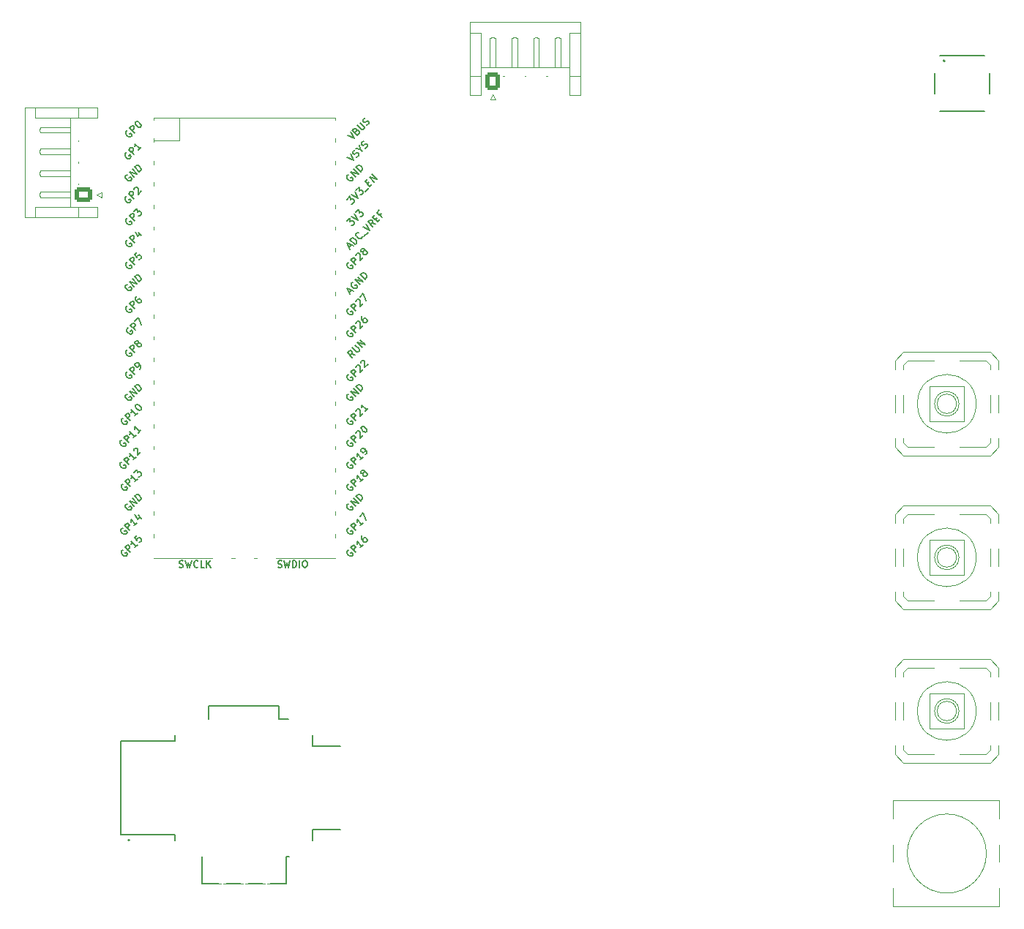
<source format=gbr>
%TF.GenerationSoftware,KiCad,Pcbnew,9.0.0*%
%TF.CreationDate,2025-04-09T20:53:35+02:00*%
%TF.ProjectId,schema,73636865-6d61-42e6-9b69-6361645f7063,rev?*%
%TF.SameCoordinates,Original*%
%TF.FileFunction,Legend,Top*%
%TF.FilePolarity,Positive*%
%FSLAX46Y46*%
G04 Gerber Fmt 4.6, Leading zero omitted, Abs format (unit mm)*
G04 Created by KiCad (PCBNEW 9.0.0) date 2025-04-09 20:53:35*
%MOMM*%
%LPD*%
G01*
G04 APERTURE LIST*
G04 Aperture macros list*
%AMRoundRect*
0 Rectangle with rounded corners*
0 $1 Rounding radius*
0 $2 $3 $4 $5 $6 $7 $8 $9 X,Y pos of 4 corners*
0 Add a 4 corners polygon primitive as box body*
4,1,4,$2,$3,$4,$5,$6,$7,$8,$9,$2,$3,0*
0 Add four circle primitives for the rounded corners*
1,1,$1+$1,$2,$3*
1,1,$1+$1,$4,$5*
1,1,$1+$1,$6,$7*
1,1,$1+$1,$8,$9*
0 Add four rect primitives between the rounded corners*
20,1,$1+$1,$2,$3,$4,$5,0*
20,1,$1+$1,$4,$5,$6,$7,0*
20,1,$1+$1,$6,$7,$8,$9,0*
20,1,$1+$1,$8,$9,$2,$3,0*%
G04 Aperture macros list end*
%ADD10C,0.150000*%
%ADD11C,0.200000*%
%ADD12C,0.120000*%
%ADD13C,0.100000*%
%ADD14C,0.127000*%
%ADD15C,1.712000*%
%ADD16O,1.800000X1.800000*%
%ADD17O,1.500000X1.500000*%
%ADD18O,1.700000X1.700000*%
%ADD19R,3.500000X1.700000*%
%ADD20R,1.700000X1.700000*%
%ADD21R,1.700000X3.500000*%
%ADD22O,3.000000X2.500000*%
%ADD23C,1.800000*%
%ADD24C,2.604000*%
%ADD25RoundRect,0.250000X0.725000X-0.600000X0.725000X0.600000X-0.725000X0.600000X-0.725000X-0.600000X0*%
%ADD26O,1.950000X1.700000*%
%ADD27RoundRect,0.250000X-0.600000X-0.725000X0.600000X-0.725000X0.600000X0.725000X-0.600000X0.725000X0*%
%ADD28O,1.700000X1.950000*%
%ADD29C,1.982000*%
%ADD30C,2.490000*%
G04 APERTURE END LIST*
D10*
X156877998Y-98180868D02*
X156797185Y-98207805D01*
X156797185Y-98207805D02*
X156716373Y-98288618D01*
X156716373Y-98288618D02*
X156662498Y-98396367D01*
X156662498Y-98396367D02*
X156662498Y-98504117D01*
X156662498Y-98504117D02*
X156689436Y-98584929D01*
X156689436Y-98584929D02*
X156770248Y-98719616D01*
X156770248Y-98719616D02*
X156851060Y-98800428D01*
X156851060Y-98800428D02*
X156985747Y-98881241D01*
X156985747Y-98881241D02*
X157066560Y-98908178D01*
X157066560Y-98908178D02*
X157174309Y-98908178D01*
X157174309Y-98908178D02*
X157282059Y-98854303D01*
X157282059Y-98854303D02*
X157335934Y-98800428D01*
X157335934Y-98800428D02*
X157389808Y-98692679D01*
X157389808Y-98692679D02*
X157389808Y-98638804D01*
X157389808Y-98638804D02*
X157201247Y-98450242D01*
X157201247Y-98450242D02*
X157093497Y-98557992D01*
X157686120Y-98450242D02*
X157120434Y-97884557D01*
X157120434Y-97884557D02*
X157335934Y-97669057D01*
X157335934Y-97669057D02*
X157416746Y-97642120D01*
X157416746Y-97642120D02*
X157470621Y-97642120D01*
X157470621Y-97642120D02*
X157551433Y-97669057D01*
X157551433Y-97669057D02*
X157632245Y-97749870D01*
X157632245Y-97749870D02*
X157659182Y-97830682D01*
X157659182Y-97830682D02*
X157659182Y-97884557D01*
X157659182Y-97884557D02*
X157632245Y-97965369D01*
X157632245Y-97965369D02*
X157416746Y-98180868D01*
X157713057Y-97399683D02*
X157713057Y-97345809D01*
X157713057Y-97345809D02*
X157739995Y-97264996D01*
X157739995Y-97264996D02*
X157874682Y-97130309D01*
X157874682Y-97130309D02*
X157955494Y-97103372D01*
X157955494Y-97103372D02*
X158009369Y-97103372D01*
X158009369Y-97103372D02*
X158090181Y-97130309D01*
X158090181Y-97130309D02*
X158144056Y-97184184D01*
X158144056Y-97184184D02*
X158197930Y-97291934D01*
X158197930Y-97291934D02*
X158197930Y-97938431D01*
X158197930Y-97938431D02*
X158548117Y-97588245D01*
X158332618Y-96672373D02*
X158386492Y-96618499D01*
X158386492Y-96618499D02*
X158467305Y-96591561D01*
X158467305Y-96591561D02*
X158521179Y-96591561D01*
X158521179Y-96591561D02*
X158601992Y-96618499D01*
X158601992Y-96618499D02*
X158736679Y-96699311D01*
X158736679Y-96699311D02*
X158871366Y-96833998D01*
X158871366Y-96833998D02*
X158952178Y-96968685D01*
X158952178Y-96968685D02*
X158979115Y-97049497D01*
X158979115Y-97049497D02*
X158979115Y-97103372D01*
X158979115Y-97103372D02*
X158952178Y-97184184D01*
X158952178Y-97184184D02*
X158898303Y-97238059D01*
X158898303Y-97238059D02*
X158817491Y-97264996D01*
X158817491Y-97264996D02*
X158763616Y-97264996D01*
X158763616Y-97264996D02*
X158682804Y-97238059D01*
X158682804Y-97238059D02*
X158548117Y-97157247D01*
X158548117Y-97157247D02*
X158413430Y-97022560D01*
X158413430Y-97022560D02*
X158332618Y-96887873D01*
X158332618Y-96887873D02*
X158305680Y-96807060D01*
X158305680Y-96807060D02*
X158305680Y-96753186D01*
X158305680Y-96753186D02*
X158332618Y-96672373D01*
X131293372Y-87751494D02*
X131212560Y-87778431D01*
X131212560Y-87778431D02*
X131131748Y-87859243D01*
X131131748Y-87859243D02*
X131077873Y-87966993D01*
X131077873Y-87966993D02*
X131077873Y-88074742D01*
X131077873Y-88074742D02*
X131104810Y-88155555D01*
X131104810Y-88155555D02*
X131185623Y-88290242D01*
X131185623Y-88290242D02*
X131266435Y-88371054D01*
X131266435Y-88371054D02*
X131401122Y-88451866D01*
X131401122Y-88451866D02*
X131481934Y-88478803D01*
X131481934Y-88478803D02*
X131589684Y-88478803D01*
X131589684Y-88478803D02*
X131697433Y-88424929D01*
X131697433Y-88424929D02*
X131751308Y-88371054D01*
X131751308Y-88371054D02*
X131805183Y-88263304D01*
X131805183Y-88263304D02*
X131805183Y-88209429D01*
X131805183Y-88209429D02*
X131616621Y-88020868D01*
X131616621Y-88020868D02*
X131508871Y-88128617D01*
X132101494Y-88020868D02*
X131535809Y-87455182D01*
X131535809Y-87455182D02*
X131751308Y-87239683D01*
X131751308Y-87239683D02*
X131832120Y-87212746D01*
X131832120Y-87212746D02*
X131885995Y-87212746D01*
X131885995Y-87212746D02*
X131966807Y-87239683D01*
X131966807Y-87239683D02*
X132047619Y-87320495D01*
X132047619Y-87320495D02*
X132074557Y-87401307D01*
X132074557Y-87401307D02*
X132074557Y-87455182D01*
X132074557Y-87455182D02*
X132047619Y-87535994D01*
X132047619Y-87535994D02*
X131832120Y-87751494D01*
X132424743Y-87051121D02*
X132343931Y-87078059D01*
X132343931Y-87078059D02*
X132290056Y-87078059D01*
X132290056Y-87078059D02*
X132209244Y-87051121D01*
X132209244Y-87051121D02*
X132182306Y-87024184D01*
X132182306Y-87024184D02*
X132155369Y-86943372D01*
X132155369Y-86943372D02*
X132155369Y-86889497D01*
X132155369Y-86889497D02*
X132182306Y-86808685D01*
X132182306Y-86808685D02*
X132290056Y-86700935D01*
X132290056Y-86700935D02*
X132370868Y-86673998D01*
X132370868Y-86673998D02*
X132424743Y-86673998D01*
X132424743Y-86673998D02*
X132505555Y-86700935D01*
X132505555Y-86700935D02*
X132532493Y-86727872D01*
X132532493Y-86727872D02*
X132559430Y-86808685D01*
X132559430Y-86808685D02*
X132559430Y-86862559D01*
X132559430Y-86862559D02*
X132532493Y-86943372D01*
X132532493Y-86943372D02*
X132424743Y-87051121D01*
X132424743Y-87051121D02*
X132397806Y-87131933D01*
X132397806Y-87131933D02*
X132397806Y-87185808D01*
X132397806Y-87185808D02*
X132424743Y-87266620D01*
X132424743Y-87266620D02*
X132532493Y-87374370D01*
X132532493Y-87374370D02*
X132613305Y-87401307D01*
X132613305Y-87401307D02*
X132667180Y-87401307D01*
X132667180Y-87401307D02*
X132747992Y-87374370D01*
X132747992Y-87374370D02*
X132855741Y-87266620D01*
X132855741Y-87266620D02*
X132882679Y-87185808D01*
X132882679Y-87185808D02*
X132882679Y-87131933D01*
X132882679Y-87131933D02*
X132855741Y-87051121D01*
X132855741Y-87051121D02*
X132747992Y-86943372D01*
X132747992Y-86943372D02*
X132667180Y-86916434D01*
X132667180Y-86916434D02*
X132613305Y-86916434D01*
X132613305Y-86916434D02*
X132532493Y-86943372D01*
X131293372Y-90291494D02*
X131212560Y-90318431D01*
X131212560Y-90318431D02*
X131131748Y-90399243D01*
X131131748Y-90399243D02*
X131077873Y-90506993D01*
X131077873Y-90506993D02*
X131077873Y-90614742D01*
X131077873Y-90614742D02*
X131104810Y-90695555D01*
X131104810Y-90695555D02*
X131185623Y-90830242D01*
X131185623Y-90830242D02*
X131266435Y-90911054D01*
X131266435Y-90911054D02*
X131401122Y-90991866D01*
X131401122Y-90991866D02*
X131481934Y-91018803D01*
X131481934Y-91018803D02*
X131589684Y-91018803D01*
X131589684Y-91018803D02*
X131697433Y-90964929D01*
X131697433Y-90964929D02*
X131751308Y-90911054D01*
X131751308Y-90911054D02*
X131805183Y-90803304D01*
X131805183Y-90803304D02*
X131805183Y-90749429D01*
X131805183Y-90749429D02*
X131616621Y-90560868D01*
X131616621Y-90560868D02*
X131508871Y-90668617D01*
X132101494Y-90560868D02*
X131535809Y-89995182D01*
X131535809Y-89995182D02*
X131751308Y-89779683D01*
X131751308Y-89779683D02*
X131832120Y-89752746D01*
X131832120Y-89752746D02*
X131885995Y-89752746D01*
X131885995Y-89752746D02*
X131966807Y-89779683D01*
X131966807Y-89779683D02*
X132047619Y-89860495D01*
X132047619Y-89860495D02*
X132074557Y-89941307D01*
X132074557Y-89941307D02*
X132074557Y-89995182D01*
X132074557Y-89995182D02*
X132047619Y-90075994D01*
X132047619Y-90075994D02*
X131832120Y-90291494D01*
X132694117Y-89968245D02*
X132801867Y-89860495D01*
X132801867Y-89860495D02*
X132828804Y-89779683D01*
X132828804Y-89779683D02*
X132828804Y-89725808D01*
X132828804Y-89725808D02*
X132801867Y-89591121D01*
X132801867Y-89591121D02*
X132721054Y-89456434D01*
X132721054Y-89456434D02*
X132505555Y-89240935D01*
X132505555Y-89240935D02*
X132424743Y-89213998D01*
X132424743Y-89213998D02*
X132370868Y-89213998D01*
X132370868Y-89213998D02*
X132290056Y-89240935D01*
X132290056Y-89240935D02*
X132182306Y-89348685D01*
X132182306Y-89348685D02*
X132155369Y-89429497D01*
X132155369Y-89429497D02*
X132155369Y-89483372D01*
X132155369Y-89483372D02*
X132182306Y-89564184D01*
X132182306Y-89564184D02*
X132316993Y-89698871D01*
X132316993Y-89698871D02*
X132397806Y-89725808D01*
X132397806Y-89725808D02*
X132451680Y-89725808D01*
X132451680Y-89725808D02*
X132532493Y-89698871D01*
X132532493Y-89698871D02*
X132640242Y-89591121D01*
X132640242Y-89591121D02*
X132667180Y-89510309D01*
X132667180Y-89510309D02*
X132667180Y-89456434D01*
X132667180Y-89456434D02*
X132640242Y-89375622D01*
X131193372Y-69971494D02*
X131112560Y-69998431D01*
X131112560Y-69998431D02*
X131031748Y-70079243D01*
X131031748Y-70079243D02*
X130977873Y-70186993D01*
X130977873Y-70186993D02*
X130977873Y-70294742D01*
X130977873Y-70294742D02*
X131004810Y-70375555D01*
X131004810Y-70375555D02*
X131085623Y-70510242D01*
X131085623Y-70510242D02*
X131166435Y-70591054D01*
X131166435Y-70591054D02*
X131301122Y-70671866D01*
X131301122Y-70671866D02*
X131381934Y-70698803D01*
X131381934Y-70698803D02*
X131489684Y-70698803D01*
X131489684Y-70698803D02*
X131597433Y-70644929D01*
X131597433Y-70644929D02*
X131651308Y-70591054D01*
X131651308Y-70591054D02*
X131705183Y-70483304D01*
X131705183Y-70483304D02*
X131705183Y-70429429D01*
X131705183Y-70429429D02*
X131516621Y-70240868D01*
X131516621Y-70240868D02*
X131408871Y-70348617D01*
X132001494Y-70240868D02*
X131435809Y-69675182D01*
X131435809Y-69675182D02*
X131651308Y-69459683D01*
X131651308Y-69459683D02*
X131732120Y-69432746D01*
X131732120Y-69432746D02*
X131785995Y-69432746D01*
X131785995Y-69432746D02*
X131866807Y-69459683D01*
X131866807Y-69459683D02*
X131947619Y-69540495D01*
X131947619Y-69540495D02*
X131974557Y-69621307D01*
X131974557Y-69621307D02*
X131974557Y-69675182D01*
X131974557Y-69675182D02*
X131947619Y-69755994D01*
X131947619Y-69755994D02*
X131732120Y-69971494D01*
X132028432Y-69190309D02*
X132028432Y-69136434D01*
X132028432Y-69136434D02*
X132055369Y-69055622D01*
X132055369Y-69055622D02*
X132190056Y-68920935D01*
X132190056Y-68920935D02*
X132270868Y-68893998D01*
X132270868Y-68893998D02*
X132324743Y-68893998D01*
X132324743Y-68893998D02*
X132405555Y-68920935D01*
X132405555Y-68920935D02*
X132459430Y-68974810D01*
X132459430Y-68974810D02*
X132513305Y-69082559D01*
X132513305Y-69082559D02*
X132513305Y-69729057D01*
X132513305Y-69729057D02*
X132863491Y-69378871D01*
X131266435Y-67458431D02*
X131185623Y-67485368D01*
X131185623Y-67485368D02*
X131104811Y-67566180D01*
X131104811Y-67566180D02*
X131050936Y-67673930D01*
X131050936Y-67673930D02*
X131050936Y-67781680D01*
X131050936Y-67781680D02*
X131077873Y-67862492D01*
X131077873Y-67862492D02*
X131158685Y-67997179D01*
X131158685Y-67997179D02*
X131239498Y-68077991D01*
X131239498Y-68077991D02*
X131374185Y-68158803D01*
X131374185Y-68158803D02*
X131454997Y-68185741D01*
X131454997Y-68185741D02*
X131562746Y-68185741D01*
X131562746Y-68185741D02*
X131670496Y-68131866D01*
X131670496Y-68131866D02*
X131724371Y-68077991D01*
X131724371Y-68077991D02*
X131778246Y-67970241D01*
X131778246Y-67970241D02*
X131778246Y-67916367D01*
X131778246Y-67916367D02*
X131589684Y-67727805D01*
X131589684Y-67727805D02*
X131481934Y-67835554D01*
X132074557Y-67727805D02*
X131508872Y-67162119D01*
X131508872Y-67162119D02*
X132397806Y-67404556D01*
X132397806Y-67404556D02*
X131832120Y-66838871D01*
X132667180Y-67135182D02*
X132101494Y-66569497D01*
X132101494Y-66569497D02*
X132236181Y-66434810D01*
X132236181Y-66434810D02*
X132343931Y-66380935D01*
X132343931Y-66380935D02*
X132451680Y-66380935D01*
X132451680Y-66380935D02*
X132532493Y-66407872D01*
X132532493Y-66407872D02*
X132667180Y-66488685D01*
X132667180Y-66488685D02*
X132747992Y-66569497D01*
X132747992Y-66569497D02*
X132828804Y-66704184D01*
X132828804Y-66704184D02*
X132855741Y-66784996D01*
X132855741Y-66784996D02*
X132855741Y-66892746D01*
X132855741Y-66892746D02*
X132801867Y-67000495D01*
X132801867Y-67000495D02*
X132667180Y-67135182D01*
X131293372Y-77591494D02*
X131212560Y-77618431D01*
X131212560Y-77618431D02*
X131131748Y-77699243D01*
X131131748Y-77699243D02*
X131077873Y-77806993D01*
X131077873Y-77806993D02*
X131077873Y-77914742D01*
X131077873Y-77914742D02*
X131104810Y-77995555D01*
X131104810Y-77995555D02*
X131185623Y-78130242D01*
X131185623Y-78130242D02*
X131266435Y-78211054D01*
X131266435Y-78211054D02*
X131401122Y-78291866D01*
X131401122Y-78291866D02*
X131481934Y-78318803D01*
X131481934Y-78318803D02*
X131589684Y-78318803D01*
X131589684Y-78318803D02*
X131697433Y-78264929D01*
X131697433Y-78264929D02*
X131751308Y-78211054D01*
X131751308Y-78211054D02*
X131805183Y-78103304D01*
X131805183Y-78103304D02*
X131805183Y-78049429D01*
X131805183Y-78049429D02*
X131616621Y-77860868D01*
X131616621Y-77860868D02*
X131508871Y-77968617D01*
X132101494Y-77860868D02*
X131535809Y-77295182D01*
X131535809Y-77295182D02*
X131751308Y-77079683D01*
X131751308Y-77079683D02*
X131832120Y-77052746D01*
X131832120Y-77052746D02*
X131885995Y-77052746D01*
X131885995Y-77052746D02*
X131966807Y-77079683D01*
X131966807Y-77079683D02*
X132047619Y-77160495D01*
X132047619Y-77160495D02*
X132074557Y-77241307D01*
X132074557Y-77241307D02*
X132074557Y-77295182D01*
X132074557Y-77295182D02*
X132047619Y-77375994D01*
X132047619Y-77375994D02*
X131832120Y-77591494D01*
X132370868Y-76460123D02*
X132101494Y-76729497D01*
X132101494Y-76729497D02*
X132343931Y-77025808D01*
X132343931Y-77025808D02*
X132343931Y-76971933D01*
X132343931Y-76971933D02*
X132370868Y-76891121D01*
X132370868Y-76891121D02*
X132505555Y-76756434D01*
X132505555Y-76756434D02*
X132586367Y-76729497D01*
X132586367Y-76729497D02*
X132640242Y-76729497D01*
X132640242Y-76729497D02*
X132721054Y-76756434D01*
X132721054Y-76756434D02*
X132855741Y-76891121D01*
X132855741Y-76891121D02*
X132882679Y-76971933D01*
X132882679Y-76971933D02*
X132882679Y-77025808D01*
X132882679Y-77025808D02*
X132855741Y-77106620D01*
X132855741Y-77106620D02*
X132721054Y-77241307D01*
X132721054Y-77241307D02*
X132640242Y-77268245D01*
X132640242Y-77268245D02*
X132586367Y-77268245D01*
X131293372Y-75051494D02*
X131212560Y-75078431D01*
X131212560Y-75078431D02*
X131131748Y-75159243D01*
X131131748Y-75159243D02*
X131077873Y-75266993D01*
X131077873Y-75266993D02*
X131077873Y-75374742D01*
X131077873Y-75374742D02*
X131104810Y-75455555D01*
X131104810Y-75455555D02*
X131185623Y-75590242D01*
X131185623Y-75590242D02*
X131266435Y-75671054D01*
X131266435Y-75671054D02*
X131401122Y-75751866D01*
X131401122Y-75751866D02*
X131481934Y-75778803D01*
X131481934Y-75778803D02*
X131589684Y-75778803D01*
X131589684Y-75778803D02*
X131697433Y-75724929D01*
X131697433Y-75724929D02*
X131751308Y-75671054D01*
X131751308Y-75671054D02*
X131805183Y-75563304D01*
X131805183Y-75563304D02*
X131805183Y-75509429D01*
X131805183Y-75509429D02*
X131616621Y-75320868D01*
X131616621Y-75320868D02*
X131508871Y-75428617D01*
X132101494Y-75320868D02*
X131535809Y-74755182D01*
X131535809Y-74755182D02*
X131751308Y-74539683D01*
X131751308Y-74539683D02*
X131832120Y-74512746D01*
X131832120Y-74512746D02*
X131885995Y-74512746D01*
X131885995Y-74512746D02*
X131966807Y-74539683D01*
X131966807Y-74539683D02*
X132047619Y-74620495D01*
X132047619Y-74620495D02*
X132074557Y-74701307D01*
X132074557Y-74701307D02*
X132074557Y-74755182D01*
X132074557Y-74755182D02*
X132047619Y-74835994D01*
X132047619Y-74835994D02*
X131832120Y-75051494D01*
X132532493Y-74135622D02*
X132909616Y-74512746D01*
X132182306Y-74054810D02*
X132451680Y-74593558D01*
X132451680Y-74593558D02*
X132801867Y-74243372D01*
X156866435Y-105558431D02*
X156785623Y-105585368D01*
X156785623Y-105585368D02*
X156704811Y-105666180D01*
X156704811Y-105666180D02*
X156650936Y-105773930D01*
X156650936Y-105773930D02*
X156650936Y-105881680D01*
X156650936Y-105881680D02*
X156677873Y-105962492D01*
X156677873Y-105962492D02*
X156758685Y-106097179D01*
X156758685Y-106097179D02*
X156839498Y-106177991D01*
X156839498Y-106177991D02*
X156974185Y-106258803D01*
X156974185Y-106258803D02*
X157054997Y-106285741D01*
X157054997Y-106285741D02*
X157162746Y-106285741D01*
X157162746Y-106285741D02*
X157270496Y-106231866D01*
X157270496Y-106231866D02*
X157324371Y-106177991D01*
X157324371Y-106177991D02*
X157378246Y-106070241D01*
X157378246Y-106070241D02*
X157378246Y-106016367D01*
X157378246Y-106016367D02*
X157189684Y-105827805D01*
X157189684Y-105827805D02*
X157081934Y-105935554D01*
X157674557Y-105827805D02*
X157108872Y-105262119D01*
X157108872Y-105262119D02*
X157997806Y-105504556D01*
X157997806Y-105504556D02*
X157432120Y-104938871D01*
X158267180Y-105235182D02*
X157701494Y-104669497D01*
X157701494Y-104669497D02*
X157836181Y-104534810D01*
X157836181Y-104534810D02*
X157943931Y-104480935D01*
X157943931Y-104480935D02*
X158051680Y-104480935D01*
X158051680Y-104480935D02*
X158132493Y-104507872D01*
X158132493Y-104507872D02*
X158267180Y-104588685D01*
X158267180Y-104588685D02*
X158347992Y-104669497D01*
X158347992Y-104669497D02*
X158428804Y-104804184D01*
X158428804Y-104804184D02*
X158455741Y-104884996D01*
X158455741Y-104884996D02*
X158455741Y-104992746D01*
X158455741Y-104992746D02*
X158401867Y-105100495D01*
X158401867Y-105100495D02*
X158267180Y-105235182D01*
X131266435Y-105558431D02*
X131185623Y-105585368D01*
X131185623Y-105585368D02*
X131104811Y-105666180D01*
X131104811Y-105666180D02*
X131050936Y-105773930D01*
X131050936Y-105773930D02*
X131050936Y-105881680D01*
X131050936Y-105881680D02*
X131077873Y-105962492D01*
X131077873Y-105962492D02*
X131158685Y-106097179D01*
X131158685Y-106097179D02*
X131239498Y-106177991D01*
X131239498Y-106177991D02*
X131374185Y-106258803D01*
X131374185Y-106258803D02*
X131454997Y-106285741D01*
X131454997Y-106285741D02*
X131562746Y-106285741D01*
X131562746Y-106285741D02*
X131670496Y-106231866D01*
X131670496Y-106231866D02*
X131724371Y-106177991D01*
X131724371Y-106177991D02*
X131778246Y-106070241D01*
X131778246Y-106070241D02*
X131778246Y-106016367D01*
X131778246Y-106016367D02*
X131589684Y-105827805D01*
X131589684Y-105827805D02*
X131481934Y-105935554D01*
X132074557Y-105827805D02*
X131508872Y-105262119D01*
X131508872Y-105262119D02*
X132397806Y-105504556D01*
X132397806Y-105504556D02*
X131832120Y-104938871D01*
X132667180Y-105235182D02*
X132101494Y-104669497D01*
X132101494Y-104669497D02*
X132236181Y-104534810D01*
X132236181Y-104534810D02*
X132343931Y-104480935D01*
X132343931Y-104480935D02*
X132451680Y-104480935D01*
X132451680Y-104480935D02*
X132532493Y-104507872D01*
X132532493Y-104507872D02*
X132667180Y-104588685D01*
X132667180Y-104588685D02*
X132747992Y-104669497D01*
X132747992Y-104669497D02*
X132828804Y-104804184D01*
X132828804Y-104804184D02*
X132855741Y-104884996D01*
X132855741Y-104884996D02*
X132855741Y-104992746D01*
X132855741Y-104992746D02*
X132801867Y-105100495D01*
X132801867Y-105100495D02*
X132667180Y-105235182D01*
X131266435Y-92858431D02*
X131185623Y-92885368D01*
X131185623Y-92885368D02*
X131104811Y-92966180D01*
X131104811Y-92966180D02*
X131050936Y-93073930D01*
X131050936Y-93073930D02*
X131050936Y-93181680D01*
X131050936Y-93181680D02*
X131077873Y-93262492D01*
X131077873Y-93262492D02*
X131158685Y-93397179D01*
X131158685Y-93397179D02*
X131239498Y-93477991D01*
X131239498Y-93477991D02*
X131374185Y-93558803D01*
X131374185Y-93558803D02*
X131454997Y-93585741D01*
X131454997Y-93585741D02*
X131562746Y-93585741D01*
X131562746Y-93585741D02*
X131670496Y-93531866D01*
X131670496Y-93531866D02*
X131724371Y-93477991D01*
X131724371Y-93477991D02*
X131778246Y-93370241D01*
X131778246Y-93370241D02*
X131778246Y-93316367D01*
X131778246Y-93316367D02*
X131589684Y-93127805D01*
X131589684Y-93127805D02*
X131481934Y-93235554D01*
X132074557Y-93127805D02*
X131508872Y-92562119D01*
X131508872Y-92562119D02*
X132397806Y-92804556D01*
X132397806Y-92804556D02*
X131832120Y-92238871D01*
X132667180Y-92535182D02*
X132101494Y-91969497D01*
X132101494Y-91969497D02*
X132236181Y-91834810D01*
X132236181Y-91834810D02*
X132343931Y-91780935D01*
X132343931Y-91780935D02*
X132451680Y-91780935D01*
X132451680Y-91780935D02*
X132532493Y-91807872D01*
X132532493Y-91807872D02*
X132667180Y-91888685D01*
X132667180Y-91888685D02*
X132747992Y-91969497D01*
X132747992Y-91969497D02*
X132828804Y-92104184D01*
X132828804Y-92104184D02*
X132855741Y-92184996D01*
X132855741Y-92184996D02*
X132855741Y-92292746D01*
X132855741Y-92292746D02*
X132801867Y-92400495D01*
X132801867Y-92400495D02*
X132667180Y-92535182D01*
X156877998Y-90560868D02*
X156797185Y-90587805D01*
X156797185Y-90587805D02*
X156716373Y-90668618D01*
X156716373Y-90668618D02*
X156662498Y-90776367D01*
X156662498Y-90776367D02*
X156662498Y-90884117D01*
X156662498Y-90884117D02*
X156689436Y-90964929D01*
X156689436Y-90964929D02*
X156770248Y-91099616D01*
X156770248Y-91099616D02*
X156851060Y-91180428D01*
X156851060Y-91180428D02*
X156985747Y-91261241D01*
X156985747Y-91261241D02*
X157066560Y-91288178D01*
X157066560Y-91288178D02*
X157174309Y-91288178D01*
X157174309Y-91288178D02*
X157282059Y-91234303D01*
X157282059Y-91234303D02*
X157335934Y-91180428D01*
X157335934Y-91180428D02*
X157389808Y-91072679D01*
X157389808Y-91072679D02*
X157389808Y-91018804D01*
X157389808Y-91018804D02*
X157201247Y-90830242D01*
X157201247Y-90830242D02*
X157093497Y-90937992D01*
X157686120Y-90830242D02*
X157120434Y-90264557D01*
X157120434Y-90264557D02*
X157335934Y-90049057D01*
X157335934Y-90049057D02*
X157416746Y-90022120D01*
X157416746Y-90022120D02*
X157470621Y-90022120D01*
X157470621Y-90022120D02*
X157551433Y-90049057D01*
X157551433Y-90049057D02*
X157632245Y-90129870D01*
X157632245Y-90129870D02*
X157659182Y-90210682D01*
X157659182Y-90210682D02*
X157659182Y-90264557D01*
X157659182Y-90264557D02*
X157632245Y-90345369D01*
X157632245Y-90345369D02*
X157416746Y-90560868D01*
X157713057Y-89779683D02*
X157713057Y-89725809D01*
X157713057Y-89725809D02*
X157739995Y-89644996D01*
X157739995Y-89644996D02*
X157874682Y-89510309D01*
X157874682Y-89510309D02*
X157955494Y-89483372D01*
X157955494Y-89483372D02*
X158009369Y-89483372D01*
X158009369Y-89483372D02*
X158090181Y-89510309D01*
X158090181Y-89510309D02*
X158144056Y-89564184D01*
X158144056Y-89564184D02*
X158197930Y-89671934D01*
X158197930Y-89671934D02*
X158197930Y-90318431D01*
X158197930Y-90318431D02*
X158548117Y-89968245D01*
X158251805Y-89240935D02*
X158251805Y-89187060D01*
X158251805Y-89187060D02*
X158278743Y-89106248D01*
X158278743Y-89106248D02*
X158413430Y-88971561D01*
X158413430Y-88971561D02*
X158494242Y-88944624D01*
X158494242Y-88944624D02*
X158548117Y-88944624D01*
X158548117Y-88944624D02*
X158628929Y-88971561D01*
X158628929Y-88971561D02*
X158682804Y-89025436D01*
X158682804Y-89025436D02*
X158736679Y-89133186D01*
X158736679Y-89133186D02*
X158736679Y-89779683D01*
X158736679Y-89779683D02*
X159086865Y-89429497D01*
X156877998Y-77606868D02*
X156797185Y-77633805D01*
X156797185Y-77633805D02*
X156716373Y-77714618D01*
X156716373Y-77714618D02*
X156662498Y-77822367D01*
X156662498Y-77822367D02*
X156662498Y-77930117D01*
X156662498Y-77930117D02*
X156689436Y-78010929D01*
X156689436Y-78010929D02*
X156770248Y-78145616D01*
X156770248Y-78145616D02*
X156851060Y-78226428D01*
X156851060Y-78226428D02*
X156985747Y-78307241D01*
X156985747Y-78307241D02*
X157066560Y-78334178D01*
X157066560Y-78334178D02*
X157174309Y-78334178D01*
X157174309Y-78334178D02*
X157282059Y-78280303D01*
X157282059Y-78280303D02*
X157335934Y-78226428D01*
X157335934Y-78226428D02*
X157389808Y-78118679D01*
X157389808Y-78118679D02*
X157389808Y-78064804D01*
X157389808Y-78064804D02*
X157201247Y-77876242D01*
X157201247Y-77876242D02*
X157093497Y-77983992D01*
X157686120Y-77876242D02*
X157120434Y-77310557D01*
X157120434Y-77310557D02*
X157335934Y-77095057D01*
X157335934Y-77095057D02*
X157416746Y-77068120D01*
X157416746Y-77068120D02*
X157470621Y-77068120D01*
X157470621Y-77068120D02*
X157551433Y-77095057D01*
X157551433Y-77095057D02*
X157632245Y-77175870D01*
X157632245Y-77175870D02*
X157659182Y-77256682D01*
X157659182Y-77256682D02*
X157659182Y-77310557D01*
X157659182Y-77310557D02*
X157632245Y-77391369D01*
X157632245Y-77391369D02*
X157416746Y-77606868D01*
X157713057Y-76825683D02*
X157713057Y-76771809D01*
X157713057Y-76771809D02*
X157739995Y-76690996D01*
X157739995Y-76690996D02*
X157874682Y-76556309D01*
X157874682Y-76556309D02*
X157955494Y-76529372D01*
X157955494Y-76529372D02*
X158009369Y-76529372D01*
X158009369Y-76529372D02*
X158090181Y-76556309D01*
X158090181Y-76556309D02*
X158144056Y-76610184D01*
X158144056Y-76610184D02*
X158197930Y-76717934D01*
X158197930Y-76717934D02*
X158197930Y-77364431D01*
X158197930Y-77364431D02*
X158548117Y-77014245D01*
X158548117Y-76367747D02*
X158467305Y-76394685D01*
X158467305Y-76394685D02*
X158413430Y-76394685D01*
X158413430Y-76394685D02*
X158332618Y-76367747D01*
X158332618Y-76367747D02*
X158305680Y-76340810D01*
X158305680Y-76340810D02*
X158278743Y-76259998D01*
X158278743Y-76259998D02*
X158278743Y-76206123D01*
X158278743Y-76206123D02*
X158305680Y-76125311D01*
X158305680Y-76125311D02*
X158413430Y-76017561D01*
X158413430Y-76017561D02*
X158494242Y-75990624D01*
X158494242Y-75990624D02*
X158548117Y-75990624D01*
X158548117Y-75990624D02*
X158628929Y-76017561D01*
X158628929Y-76017561D02*
X158655866Y-76044499D01*
X158655866Y-76044499D02*
X158682804Y-76125311D01*
X158682804Y-76125311D02*
X158682804Y-76179186D01*
X158682804Y-76179186D02*
X158655866Y-76259998D01*
X158655866Y-76259998D02*
X158548117Y-76367747D01*
X158548117Y-76367747D02*
X158521179Y-76448560D01*
X158521179Y-76448560D02*
X158521179Y-76502434D01*
X158521179Y-76502434D02*
X158548117Y-76583247D01*
X158548117Y-76583247D02*
X158655866Y-76690996D01*
X158655866Y-76690996D02*
X158736679Y-76717934D01*
X158736679Y-76717934D02*
X158790553Y-76717934D01*
X158790553Y-76717934D02*
X158871366Y-76690996D01*
X158871366Y-76690996D02*
X158979115Y-76583247D01*
X158979115Y-76583247D02*
X159006053Y-76502434D01*
X159006053Y-76502434D02*
X159006053Y-76448560D01*
X159006053Y-76448560D02*
X158979115Y-76367747D01*
X158979115Y-76367747D02*
X158871366Y-76259998D01*
X158871366Y-76259998D02*
X158790553Y-76233060D01*
X158790553Y-76233060D02*
X158736679Y-76233060D01*
X158736679Y-76233060D02*
X158655866Y-76259998D01*
X130723998Y-108340868D02*
X130643185Y-108367805D01*
X130643185Y-108367805D02*
X130562373Y-108448618D01*
X130562373Y-108448618D02*
X130508498Y-108556367D01*
X130508498Y-108556367D02*
X130508498Y-108664117D01*
X130508498Y-108664117D02*
X130535436Y-108744929D01*
X130535436Y-108744929D02*
X130616248Y-108879616D01*
X130616248Y-108879616D02*
X130697060Y-108960428D01*
X130697060Y-108960428D02*
X130831747Y-109041241D01*
X130831747Y-109041241D02*
X130912560Y-109068178D01*
X130912560Y-109068178D02*
X131020309Y-109068178D01*
X131020309Y-109068178D02*
X131128059Y-109014303D01*
X131128059Y-109014303D02*
X131181934Y-108960428D01*
X131181934Y-108960428D02*
X131235808Y-108852679D01*
X131235808Y-108852679D02*
X131235808Y-108798804D01*
X131235808Y-108798804D02*
X131047247Y-108610242D01*
X131047247Y-108610242D02*
X130939497Y-108717992D01*
X131532120Y-108610242D02*
X130966434Y-108044557D01*
X130966434Y-108044557D02*
X131181934Y-107829057D01*
X131181934Y-107829057D02*
X131262746Y-107802120D01*
X131262746Y-107802120D02*
X131316621Y-107802120D01*
X131316621Y-107802120D02*
X131397433Y-107829057D01*
X131397433Y-107829057D02*
X131478245Y-107909870D01*
X131478245Y-107909870D02*
X131505182Y-107990682D01*
X131505182Y-107990682D02*
X131505182Y-108044557D01*
X131505182Y-108044557D02*
X131478245Y-108125369D01*
X131478245Y-108125369D02*
X131262746Y-108340868D01*
X132394117Y-107748245D02*
X132070868Y-108071494D01*
X132232492Y-107909870D02*
X131666807Y-107344184D01*
X131666807Y-107344184D02*
X131693744Y-107478871D01*
X131693744Y-107478871D02*
X131693744Y-107586621D01*
X131693744Y-107586621D02*
X131666807Y-107667433D01*
X132501866Y-106886248D02*
X132878990Y-107263372D01*
X132151680Y-106805436D02*
X132421054Y-107344184D01*
X132421054Y-107344184D02*
X132771240Y-106993998D01*
X156935064Y-75894049D02*
X157204438Y-75624675D01*
X157042813Y-76109549D02*
X156665690Y-75355301D01*
X156665690Y-75355301D02*
X157419937Y-75732425D01*
X157608499Y-75543863D02*
X157042813Y-74978178D01*
X157042813Y-74978178D02*
X157177500Y-74843491D01*
X157177500Y-74843491D02*
X157285250Y-74789616D01*
X157285250Y-74789616D02*
X157392999Y-74789616D01*
X157392999Y-74789616D02*
X157473812Y-74816553D01*
X157473812Y-74816553D02*
X157608499Y-74897366D01*
X157608499Y-74897366D02*
X157689311Y-74978178D01*
X157689311Y-74978178D02*
X157770123Y-75112865D01*
X157770123Y-75112865D02*
X157797060Y-75193677D01*
X157797060Y-75193677D02*
X157797060Y-75301427D01*
X157797060Y-75301427D02*
X157743186Y-75409176D01*
X157743186Y-75409176D02*
X157608499Y-75543863D01*
X158443558Y-74601054D02*
X158443558Y-74654929D01*
X158443558Y-74654929D02*
X158389683Y-74762679D01*
X158389683Y-74762679D02*
X158335808Y-74816553D01*
X158335808Y-74816553D02*
X158228059Y-74870428D01*
X158228059Y-74870428D02*
X158120309Y-74870428D01*
X158120309Y-74870428D02*
X158039497Y-74843491D01*
X158039497Y-74843491D02*
X157904810Y-74762679D01*
X157904810Y-74762679D02*
X157823998Y-74681866D01*
X157823998Y-74681866D02*
X157743186Y-74547179D01*
X157743186Y-74547179D02*
X157716248Y-74466367D01*
X157716248Y-74466367D02*
X157716248Y-74358618D01*
X157716248Y-74358618D02*
X157770123Y-74250868D01*
X157770123Y-74250868D02*
X157823998Y-74196993D01*
X157823998Y-74196993D02*
X157931747Y-74143118D01*
X157931747Y-74143118D02*
X157985622Y-74143118D01*
X158659057Y-74601054D02*
X159090056Y-74170056D01*
X158524370Y-73496621D02*
X159278618Y-73873744D01*
X159278618Y-73873744D02*
X158901494Y-73119497D01*
X159978990Y-73173372D02*
X159521054Y-73092560D01*
X159655741Y-73496621D02*
X159090056Y-72930935D01*
X159090056Y-72930935D02*
X159305555Y-72715436D01*
X159305555Y-72715436D02*
X159386367Y-72688499D01*
X159386367Y-72688499D02*
X159440242Y-72688499D01*
X159440242Y-72688499D02*
X159521054Y-72715436D01*
X159521054Y-72715436D02*
X159601866Y-72796248D01*
X159601866Y-72796248D02*
X159628804Y-72877061D01*
X159628804Y-72877061D02*
X159628804Y-72930935D01*
X159628804Y-72930935D02*
X159601866Y-73011748D01*
X159601866Y-73011748D02*
X159386367Y-73227247D01*
X159925115Y-72634624D02*
X160113677Y-72446062D01*
X160490800Y-72661561D02*
X160221426Y-72930935D01*
X160221426Y-72930935D02*
X159655741Y-72365250D01*
X159655741Y-72365250D02*
X159925115Y-72095876D01*
X160625488Y-71934251D02*
X160436926Y-72122813D01*
X160733237Y-72419125D02*
X160167552Y-71853439D01*
X160167552Y-71853439D02*
X160436926Y-71584065D01*
X137270475Y-112884200D02*
X137384761Y-112922295D01*
X137384761Y-112922295D02*
X137575237Y-112922295D01*
X137575237Y-112922295D02*
X137651428Y-112884200D01*
X137651428Y-112884200D02*
X137689523Y-112846104D01*
X137689523Y-112846104D02*
X137727618Y-112769914D01*
X137727618Y-112769914D02*
X137727618Y-112693723D01*
X137727618Y-112693723D02*
X137689523Y-112617533D01*
X137689523Y-112617533D02*
X137651428Y-112579438D01*
X137651428Y-112579438D02*
X137575237Y-112541342D01*
X137575237Y-112541342D02*
X137422856Y-112503247D01*
X137422856Y-112503247D02*
X137346666Y-112465152D01*
X137346666Y-112465152D02*
X137308571Y-112427057D01*
X137308571Y-112427057D02*
X137270475Y-112350866D01*
X137270475Y-112350866D02*
X137270475Y-112274676D01*
X137270475Y-112274676D02*
X137308571Y-112198485D01*
X137308571Y-112198485D02*
X137346666Y-112160390D01*
X137346666Y-112160390D02*
X137422856Y-112122295D01*
X137422856Y-112122295D02*
X137613333Y-112122295D01*
X137613333Y-112122295D02*
X137727618Y-112160390D01*
X137994285Y-112122295D02*
X138184761Y-112922295D01*
X138184761Y-112922295D02*
X138337142Y-112350866D01*
X138337142Y-112350866D02*
X138489523Y-112922295D01*
X138489523Y-112922295D02*
X138680000Y-112122295D01*
X139441905Y-112846104D02*
X139403809Y-112884200D01*
X139403809Y-112884200D02*
X139289524Y-112922295D01*
X139289524Y-112922295D02*
X139213333Y-112922295D01*
X139213333Y-112922295D02*
X139099047Y-112884200D01*
X139099047Y-112884200D02*
X139022857Y-112808009D01*
X139022857Y-112808009D02*
X138984762Y-112731819D01*
X138984762Y-112731819D02*
X138946666Y-112579438D01*
X138946666Y-112579438D02*
X138946666Y-112465152D01*
X138946666Y-112465152D02*
X138984762Y-112312771D01*
X138984762Y-112312771D02*
X139022857Y-112236580D01*
X139022857Y-112236580D02*
X139099047Y-112160390D01*
X139099047Y-112160390D02*
X139213333Y-112122295D01*
X139213333Y-112122295D02*
X139289524Y-112122295D01*
X139289524Y-112122295D02*
X139403809Y-112160390D01*
X139403809Y-112160390D02*
X139441905Y-112198485D01*
X140165714Y-112922295D02*
X139784762Y-112922295D01*
X139784762Y-112922295D02*
X139784762Y-112122295D01*
X140432381Y-112922295D02*
X140432381Y-112122295D01*
X140889524Y-112922295D02*
X140546666Y-112465152D01*
X140889524Y-112122295D02*
X140432381Y-112579438D01*
X131293372Y-62351494D02*
X131212560Y-62378431D01*
X131212560Y-62378431D02*
X131131748Y-62459243D01*
X131131748Y-62459243D02*
X131077873Y-62566993D01*
X131077873Y-62566993D02*
X131077873Y-62674742D01*
X131077873Y-62674742D02*
X131104810Y-62755555D01*
X131104810Y-62755555D02*
X131185623Y-62890242D01*
X131185623Y-62890242D02*
X131266435Y-62971054D01*
X131266435Y-62971054D02*
X131401122Y-63051866D01*
X131401122Y-63051866D02*
X131481934Y-63078803D01*
X131481934Y-63078803D02*
X131589684Y-63078803D01*
X131589684Y-63078803D02*
X131697433Y-63024929D01*
X131697433Y-63024929D02*
X131751308Y-62971054D01*
X131751308Y-62971054D02*
X131805183Y-62863304D01*
X131805183Y-62863304D02*
X131805183Y-62809429D01*
X131805183Y-62809429D02*
X131616621Y-62620868D01*
X131616621Y-62620868D02*
X131508871Y-62728617D01*
X132101494Y-62620868D02*
X131535809Y-62055182D01*
X131535809Y-62055182D02*
X131751308Y-61839683D01*
X131751308Y-61839683D02*
X131832120Y-61812746D01*
X131832120Y-61812746D02*
X131885995Y-61812746D01*
X131885995Y-61812746D02*
X131966807Y-61839683D01*
X131966807Y-61839683D02*
X132047619Y-61920495D01*
X132047619Y-61920495D02*
X132074557Y-62001307D01*
X132074557Y-62001307D02*
X132074557Y-62055182D01*
X132074557Y-62055182D02*
X132047619Y-62135994D01*
X132047619Y-62135994D02*
X131832120Y-62351494D01*
X132209244Y-61381747D02*
X132263119Y-61327872D01*
X132263119Y-61327872D02*
X132343931Y-61300935D01*
X132343931Y-61300935D02*
X132397806Y-61300935D01*
X132397806Y-61300935D02*
X132478618Y-61327872D01*
X132478618Y-61327872D02*
X132613305Y-61408685D01*
X132613305Y-61408685D02*
X132747992Y-61543372D01*
X132747992Y-61543372D02*
X132828804Y-61678059D01*
X132828804Y-61678059D02*
X132855741Y-61758871D01*
X132855741Y-61758871D02*
X132855741Y-61812746D01*
X132855741Y-61812746D02*
X132828804Y-61893558D01*
X132828804Y-61893558D02*
X132774929Y-61947433D01*
X132774929Y-61947433D02*
X132694117Y-61974370D01*
X132694117Y-61974370D02*
X132640242Y-61974370D01*
X132640242Y-61974370D02*
X132559430Y-61947433D01*
X132559430Y-61947433D02*
X132424743Y-61866620D01*
X132424743Y-61866620D02*
X132290056Y-61731933D01*
X132290056Y-61731933D02*
X132209244Y-61597246D01*
X132209244Y-61597246D02*
X132182306Y-61516434D01*
X132182306Y-61516434D02*
X132182306Y-61462559D01*
X132182306Y-61462559D02*
X132209244Y-61381747D01*
X156877998Y-82950868D02*
X156797185Y-82977805D01*
X156797185Y-82977805D02*
X156716373Y-83058618D01*
X156716373Y-83058618D02*
X156662498Y-83166367D01*
X156662498Y-83166367D02*
X156662498Y-83274117D01*
X156662498Y-83274117D02*
X156689436Y-83354929D01*
X156689436Y-83354929D02*
X156770248Y-83489616D01*
X156770248Y-83489616D02*
X156851060Y-83570428D01*
X156851060Y-83570428D02*
X156985747Y-83651241D01*
X156985747Y-83651241D02*
X157066560Y-83678178D01*
X157066560Y-83678178D02*
X157174309Y-83678178D01*
X157174309Y-83678178D02*
X157282059Y-83624303D01*
X157282059Y-83624303D02*
X157335934Y-83570428D01*
X157335934Y-83570428D02*
X157389808Y-83462679D01*
X157389808Y-83462679D02*
X157389808Y-83408804D01*
X157389808Y-83408804D02*
X157201247Y-83220242D01*
X157201247Y-83220242D02*
X157093497Y-83327992D01*
X157686120Y-83220242D02*
X157120434Y-82654557D01*
X157120434Y-82654557D02*
X157335934Y-82439057D01*
X157335934Y-82439057D02*
X157416746Y-82412120D01*
X157416746Y-82412120D02*
X157470621Y-82412120D01*
X157470621Y-82412120D02*
X157551433Y-82439057D01*
X157551433Y-82439057D02*
X157632245Y-82519870D01*
X157632245Y-82519870D02*
X157659182Y-82600682D01*
X157659182Y-82600682D02*
X157659182Y-82654557D01*
X157659182Y-82654557D02*
X157632245Y-82735369D01*
X157632245Y-82735369D02*
X157416746Y-82950868D01*
X157713057Y-82169683D02*
X157713057Y-82115809D01*
X157713057Y-82115809D02*
X157739995Y-82034996D01*
X157739995Y-82034996D02*
X157874682Y-81900309D01*
X157874682Y-81900309D02*
X157955494Y-81873372D01*
X157955494Y-81873372D02*
X158009369Y-81873372D01*
X158009369Y-81873372D02*
X158090181Y-81900309D01*
X158090181Y-81900309D02*
X158144056Y-81954184D01*
X158144056Y-81954184D02*
X158197930Y-82061934D01*
X158197930Y-82061934D02*
X158197930Y-82708431D01*
X158197930Y-82708431D02*
X158548117Y-82358245D01*
X158170993Y-81603998D02*
X158548117Y-81226874D01*
X158548117Y-81226874D02*
X158871366Y-82034996D01*
X156877998Y-103260868D02*
X156797185Y-103287805D01*
X156797185Y-103287805D02*
X156716373Y-103368618D01*
X156716373Y-103368618D02*
X156662498Y-103476367D01*
X156662498Y-103476367D02*
X156662498Y-103584117D01*
X156662498Y-103584117D02*
X156689436Y-103664929D01*
X156689436Y-103664929D02*
X156770248Y-103799616D01*
X156770248Y-103799616D02*
X156851060Y-103880428D01*
X156851060Y-103880428D02*
X156985747Y-103961241D01*
X156985747Y-103961241D02*
X157066560Y-103988178D01*
X157066560Y-103988178D02*
X157174309Y-103988178D01*
X157174309Y-103988178D02*
X157282059Y-103934303D01*
X157282059Y-103934303D02*
X157335934Y-103880428D01*
X157335934Y-103880428D02*
X157389808Y-103772679D01*
X157389808Y-103772679D02*
X157389808Y-103718804D01*
X157389808Y-103718804D02*
X157201247Y-103530242D01*
X157201247Y-103530242D02*
X157093497Y-103637992D01*
X157686120Y-103530242D02*
X157120434Y-102964557D01*
X157120434Y-102964557D02*
X157335934Y-102749057D01*
X157335934Y-102749057D02*
X157416746Y-102722120D01*
X157416746Y-102722120D02*
X157470621Y-102722120D01*
X157470621Y-102722120D02*
X157551433Y-102749057D01*
X157551433Y-102749057D02*
X157632245Y-102829870D01*
X157632245Y-102829870D02*
X157659182Y-102910682D01*
X157659182Y-102910682D02*
X157659182Y-102964557D01*
X157659182Y-102964557D02*
X157632245Y-103045369D01*
X157632245Y-103045369D02*
X157416746Y-103260868D01*
X158548117Y-102668245D02*
X158224868Y-102991494D01*
X158386492Y-102829870D02*
X157820807Y-102264184D01*
X157820807Y-102264184D02*
X157847744Y-102398871D01*
X157847744Y-102398871D02*
X157847744Y-102506621D01*
X157847744Y-102506621D02*
X157820807Y-102587433D01*
X158548117Y-102021747D02*
X158467305Y-102048685D01*
X158467305Y-102048685D02*
X158413430Y-102048685D01*
X158413430Y-102048685D02*
X158332618Y-102021747D01*
X158332618Y-102021747D02*
X158305680Y-101994810D01*
X158305680Y-101994810D02*
X158278743Y-101913998D01*
X158278743Y-101913998D02*
X158278743Y-101860123D01*
X158278743Y-101860123D02*
X158305680Y-101779311D01*
X158305680Y-101779311D02*
X158413430Y-101671561D01*
X158413430Y-101671561D02*
X158494242Y-101644624D01*
X158494242Y-101644624D02*
X158548117Y-101644624D01*
X158548117Y-101644624D02*
X158628929Y-101671561D01*
X158628929Y-101671561D02*
X158655866Y-101698499D01*
X158655866Y-101698499D02*
X158682804Y-101779311D01*
X158682804Y-101779311D02*
X158682804Y-101833186D01*
X158682804Y-101833186D02*
X158655866Y-101913998D01*
X158655866Y-101913998D02*
X158548117Y-102021747D01*
X158548117Y-102021747D02*
X158521179Y-102102560D01*
X158521179Y-102102560D02*
X158521179Y-102156434D01*
X158521179Y-102156434D02*
X158548117Y-102237247D01*
X158548117Y-102237247D02*
X158655866Y-102344996D01*
X158655866Y-102344996D02*
X158736679Y-102371934D01*
X158736679Y-102371934D02*
X158790553Y-102371934D01*
X158790553Y-102371934D02*
X158871366Y-102344996D01*
X158871366Y-102344996D02*
X158979115Y-102237247D01*
X158979115Y-102237247D02*
X159006053Y-102156434D01*
X159006053Y-102156434D02*
X159006053Y-102102560D01*
X159006053Y-102102560D02*
X158979115Y-102021747D01*
X158979115Y-102021747D02*
X158871366Y-101913998D01*
X158871366Y-101913998D02*
X158790553Y-101887060D01*
X158790553Y-101887060D02*
X158736679Y-101887060D01*
X158736679Y-101887060D02*
X158655866Y-101913998D01*
X130769998Y-110880868D02*
X130689185Y-110907805D01*
X130689185Y-110907805D02*
X130608373Y-110988618D01*
X130608373Y-110988618D02*
X130554498Y-111096367D01*
X130554498Y-111096367D02*
X130554498Y-111204117D01*
X130554498Y-111204117D02*
X130581436Y-111284929D01*
X130581436Y-111284929D02*
X130662248Y-111419616D01*
X130662248Y-111419616D02*
X130743060Y-111500428D01*
X130743060Y-111500428D02*
X130877747Y-111581241D01*
X130877747Y-111581241D02*
X130958560Y-111608178D01*
X130958560Y-111608178D02*
X131066309Y-111608178D01*
X131066309Y-111608178D02*
X131174059Y-111554303D01*
X131174059Y-111554303D02*
X131227934Y-111500428D01*
X131227934Y-111500428D02*
X131281808Y-111392679D01*
X131281808Y-111392679D02*
X131281808Y-111338804D01*
X131281808Y-111338804D02*
X131093247Y-111150242D01*
X131093247Y-111150242D02*
X130985497Y-111257992D01*
X131578120Y-111150242D02*
X131012434Y-110584557D01*
X131012434Y-110584557D02*
X131227934Y-110369057D01*
X131227934Y-110369057D02*
X131308746Y-110342120D01*
X131308746Y-110342120D02*
X131362621Y-110342120D01*
X131362621Y-110342120D02*
X131443433Y-110369057D01*
X131443433Y-110369057D02*
X131524245Y-110449870D01*
X131524245Y-110449870D02*
X131551182Y-110530682D01*
X131551182Y-110530682D02*
X131551182Y-110584557D01*
X131551182Y-110584557D02*
X131524245Y-110665369D01*
X131524245Y-110665369D02*
X131308746Y-110880868D01*
X132440117Y-110288245D02*
X132116868Y-110611494D01*
X132278492Y-110449870D02*
X131712807Y-109884184D01*
X131712807Y-109884184D02*
X131739744Y-110018871D01*
X131739744Y-110018871D02*
X131739744Y-110126621D01*
X131739744Y-110126621D02*
X131712807Y-110207433D01*
X132386242Y-109210749D02*
X132116868Y-109480123D01*
X132116868Y-109480123D02*
X132359305Y-109776434D01*
X132359305Y-109776434D02*
X132359305Y-109722560D01*
X132359305Y-109722560D02*
X132386242Y-109641747D01*
X132386242Y-109641747D02*
X132520929Y-109507060D01*
X132520929Y-109507060D02*
X132601741Y-109480123D01*
X132601741Y-109480123D02*
X132655616Y-109480123D01*
X132655616Y-109480123D02*
X132736428Y-109507060D01*
X132736428Y-109507060D02*
X132871115Y-109641747D01*
X132871115Y-109641747D02*
X132898053Y-109722560D01*
X132898053Y-109722560D02*
X132898053Y-109776434D01*
X132898053Y-109776434D02*
X132871115Y-109857247D01*
X132871115Y-109857247D02*
X132736428Y-109991934D01*
X132736428Y-109991934D02*
X132655616Y-110018871D01*
X132655616Y-110018871D02*
X132601741Y-110018871D01*
X156733406Y-62887585D02*
X157487653Y-63264709D01*
X157487653Y-63264709D02*
X157110529Y-62510462D01*
X157757027Y-62402712D02*
X157864776Y-62348838D01*
X157864776Y-62348838D02*
X157918651Y-62348838D01*
X157918651Y-62348838D02*
X157999463Y-62375775D01*
X157999463Y-62375775D02*
X158080276Y-62456587D01*
X158080276Y-62456587D02*
X158107213Y-62537399D01*
X158107213Y-62537399D02*
X158107213Y-62591274D01*
X158107213Y-62591274D02*
X158080276Y-62672086D01*
X158080276Y-62672086D02*
X157864776Y-62887586D01*
X157864776Y-62887586D02*
X157299091Y-62321900D01*
X157299091Y-62321900D02*
X157487653Y-62133338D01*
X157487653Y-62133338D02*
X157568465Y-62106401D01*
X157568465Y-62106401D02*
X157622340Y-62106401D01*
X157622340Y-62106401D02*
X157703152Y-62133338D01*
X157703152Y-62133338D02*
X157757027Y-62187213D01*
X157757027Y-62187213D02*
X157783964Y-62268025D01*
X157783964Y-62268025D02*
X157783964Y-62321900D01*
X157783964Y-62321900D02*
X157757027Y-62402712D01*
X157757027Y-62402712D02*
X157568465Y-62591274D01*
X157864776Y-61756215D02*
X158322712Y-62214151D01*
X158322712Y-62214151D02*
X158403524Y-62241088D01*
X158403524Y-62241088D02*
X158457399Y-62241088D01*
X158457399Y-62241088D02*
X158538211Y-62214151D01*
X158538211Y-62214151D02*
X158645961Y-62106401D01*
X158645961Y-62106401D02*
X158672898Y-62025589D01*
X158672898Y-62025589D02*
X158672898Y-61971714D01*
X158672898Y-61971714D02*
X158645961Y-61890902D01*
X158645961Y-61890902D02*
X158188025Y-61432966D01*
X158969210Y-61729277D02*
X159076959Y-61675403D01*
X159076959Y-61675403D02*
X159211646Y-61540716D01*
X159211646Y-61540716D02*
X159238584Y-61459903D01*
X159238584Y-61459903D02*
X159238584Y-61406029D01*
X159238584Y-61406029D02*
X159211646Y-61325216D01*
X159211646Y-61325216D02*
X159157771Y-61271342D01*
X159157771Y-61271342D02*
X159076959Y-61244404D01*
X159076959Y-61244404D02*
X159023084Y-61244404D01*
X159023084Y-61244404D02*
X158942272Y-61271342D01*
X158942272Y-61271342D02*
X158807585Y-61352154D01*
X158807585Y-61352154D02*
X158726773Y-61379091D01*
X158726773Y-61379091D02*
X158672898Y-61379091D01*
X158672898Y-61379091D02*
X158592086Y-61352154D01*
X158592086Y-61352154D02*
X158538211Y-61298279D01*
X158538211Y-61298279D02*
X158511274Y-61217467D01*
X158511274Y-61217467D02*
X158511274Y-61163592D01*
X158511274Y-61163592D02*
X158538211Y-61082780D01*
X158538211Y-61082780D02*
X158672898Y-60948093D01*
X158672898Y-60948093D02*
X158780648Y-60894218D01*
X131293372Y-72511494D02*
X131212560Y-72538431D01*
X131212560Y-72538431D02*
X131131748Y-72619243D01*
X131131748Y-72619243D02*
X131077873Y-72726993D01*
X131077873Y-72726993D02*
X131077873Y-72834742D01*
X131077873Y-72834742D02*
X131104810Y-72915555D01*
X131104810Y-72915555D02*
X131185623Y-73050242D01*
X131185623Y-73050242D02*
X131266435Y-73131054D01*
X131266435Y-73131054D02*
X131401122Y-73211866D01*
X131401122Y-73211866D02*
X131481934Y-73238803D01*
X131481934Y-73238803D02*
X131589684Y-73238803D01*
X131589684Y-73238803D02*
X131697433Y-73184929D01*
X131697433Y-73184929D02*
X131751308Y-73131054D01*
X131751308Y-73131054D02*
X131805183Y-73023304D01*
X131805183Y-73023304D02*
X131805183Y-72969429D01*
X131805183Y-72969429D02*
X131616621Y-72780868D01*
X131616621Y-72780868D02*
X131508871Y-72888617D01*
X132101494Y-72780868D02*
X131535809Y-72215182D01*
X131535809Y-72215182D02*
X131751308Y-71999683D01*
X131751308Y-71999683D02*
X131832120Y-71972746D01*
X131832120Y-71972746D02*
X131885995Y-71972746D01*
X131885995Y-71972746D02*
X131966807Y-71999683D01*
X131966807Y-71999683D02*
X132047619Y-72080495D01*
X132047619Y-72080495D02*
X132074557Y-72161307D01*
X132074557Y-72161307D02*
X132074557Y-72215182D01*
X132074557Y-72215182D02*
X132047619Y-72295994D01*
X132047619Y-72295994D02*
X131832120Y-72511494D01*
X132047619Y-71703372D02*
X132397806Y-71353185D01*
X132397806Y-71353185D02*
X132424743Y-71757246D01*
X132424743Y-71757246D02*
X132505555Y-71676434D01*
X132505555Y-71676434D02*
X132586367Y-71649497D01*
X132586367Y-71649497D02*
X132640242Y-71649497D01*
X132640242Y-71649497D02*
X132721054Y-71676434D01*
X132721054Y-71676434D02*
X132855741Y-71811121D01*
X132855741Y-71811121D02*
X132882679Y-71891933D01*
X132882679Y-71891933D02*
X132882679Y-71945808D01*
X132882679Y-71945808D02*
X132855741Y-72026620D01*
X132855741Y-72026620D02*
X132694117Y-72188245D01*
X132694117Y-72188245D02*
X132613305Y-72215182D01*
X132613305Y-72215182D02*
X132559430Y-72215182D01*
X156866435Y-67458431D02*
X156785623Y-67485368D01*
X156785623Y-67485368D02*
X156704811Y-67566180D01*
X156704811Y-67566180D02*
X156650936Y-67673930D01*
X156650936Y-67673930D02*
X156650936Y-67781680D01*
X156650936Y-67781680D02*
X156677873Y-67862492D01*
X156677873Y-67862492D02*
X156758685Y-67997179D01*
X156758685Y-67997179D02*
X156839498Y-68077991D01*
X156839498Y-68077991D02*
X156974185Y-68158803D01*
X156974185Y-68158803D02*
X157054997Y-68185741D01*
X157054997Y-68185741D02*
X157162746Y-68185741D01*
X157162746Y-68185741D02*
X157270496Y-68131866D01*
X157270496Y-68131866D02*
X157324371Y-68077991D01*
X157324371Y-68077991D02*
X157378246Y-67970241D01*
X157378246Y-67970241D02*
X157378246Y-67916367D01*
X157378246Y-67916367D02*
X157189684Y-67727805D01*
X157189684Y-67727805D02*
X157081934Y-67835554D01*
X157674557Y-67727805D02*
X157108872Y-67162119D01*
X157108872Y-67162119D02*
X157997806Y-67404556D01*
X157997806Y-67404556D02*
X157432120Y-66838871D01*
X158267180Y-67135182D02*
X157701494Y-66569497D01*
X157701494Y-66569497D02*
X157836181Y-66434810D01*
X157836181Y-66434810D02*
X157943931Y-66380935D01*
X157943931Y-66380935D02*
X158051680Y-66380935D01*
X158051680Y-66380935D02*
X158132493Y-66407872D01*
X158132493Y-66407872D02*
X158267180Y-66488685D01*
X158267180Y-66488685D02*
X158347992Y-66569497D01*
X158347992Y-66569497D02*
X158428804Y-66704184D01*
X158428804Y-66704184D02*
X158455741Y-66784996D01*
X158455741Y-66784996D02*
X158455741Y-66892746D01*
X158455741Y-66892746D02*
X158401867Y-67000495D01*
X158401867Y-67000495D02*
X158267180Y-67135182D01*
X156877998Y-95650868D02*
X156797185Y-95677805D01*
X156797185Y-95677805D02*
X156716373Y-95758618D01*
X156716373Y-95758618D02*
X156662498Y-95866367D01*
X156662498Y-95866367D02*
X156662498Y-95974117D01*
X156662498Y-95974117D02*
X156689436Y-96054929D01*
X156689436Y-96054929D02*
X156770248Y-96189616D01*
X156770248Y-96189616D02*
X156851060Y-96270428D01*
X156851060Y-96270428D02*
X156985747Y-96351241D01*
X156985747Y-96351241D02*
X157066560Y-96378178D01*
X157066560Y-96378178D02*
X157174309Y-96378178D01*
X157174309Y-96378178D02*
X157282059Y-96324303D01*
X157282059Y-96324303D02*
X157335934Y-96270428D01*
X157335934Y-96270428D02*
X157389808Y-96162679D01*
X157389808Y-96162679D02*
X157389808Y-96108804D01*
X157389808Y-96108804D02*
X157201247Y-95920242D01*
X157201247Y-95920242D02*
X157093497Y-96027992D01*
X157686120Y-95920242D02*
X157120434Y-95354557D01*
X157120434Y-95354557D02*
X157335934Y-95139057D01*
X157335934Y-95139057D02*
X157416746Y-95112120D01*
X157416746Y-95112120D02*
X157470621Y-95112120D01*
X157470621Y-95112120D02*
X157551433Y-95139057D01*
X157551433Y-95139057D02*
X157632245Y-95219870D01*
X157632245Y-95219870D02*
X157659182Y-95300682D01*
X157659182Y-95300682D02*
X157659182Y-95354557D01*
X157659182Y-95354557D02*
X157632245Y-95435369D01*
X157632245Y-95435369D02*
X157416746Y-95650868D01*
X157713057Y-94869683D02*
X157713057Y-94815809D01*
X157713057Y-94815809D02*
X157739995Y-94734996D01*
X157739995Y-94734996D02*
X157874682Y-94600309D01*
X157874682Y-94600309D02*
X157955494Y-94573372D01*
X157955494Y-94573372D02*
X158009369Y-94573372D01*
X158009369Y-94573372D02*
X158090181Y-94600309D01*
X158090181Y-94600309D02*
X158144056Y-94654184D01*
X158144056Y-94654184D02*
X158197930Y-94761934D01*
X158197930Y-94761934D02*
X158197930Y-95408431D01*
X158197930Y-95408431D02*
X158548117Y-95058245D01*
X159086865Y-94519497D02*
X158763616Y-94842746D01*
X158925240Y-94681121D02*
X158359555Y-94115436D01*
X158359555Y-94115436D02*
X158386492Y-94250123D01*
X158386492Y-94250123D02*
X158386492Y-94357873D01*
X158386492Y-94357873D02*
X158359555Y-94438685D01*
X156866435Y-92858431D02*
X156785623Y-92885368D01*
X156785623Y-92885368D02*
X156704811Y-92966180D01*
X156704811Y-92966180D02*
X156650936Y-93073930D01*
X156650936Y-93073930D02*
X156650936Y-93181680D01*
X156650936Y-93181680D02*
X156677873Y-93262492D01*
X156677873Y-93262492D02*
X156758685Y-93397179D01*
X156758685Y-93397179D02*
X156839498Y-93477991D01*
X156839498Y-93477991D02*
X156974185Y-93558803D01*
X156974185Y-93558803D02*
X157054997Y-93585741D01*
X157054997Y-93585741D02*
X157162746Y-93585741D01*
X157162746Y-93585741D02*
X157270496Y-93531866D01*
X157270496Y-93531866D02*
X157324371Y-93477991D01*
X157324371Y-93477991D02*
X157378246Y-93370241D01*
X157378246Y-93370241D02*
X157378246Y-93316367D01*
X157378246Y-93316367D02*
X157189684Y-93127805D01*
X157189684Y-93127805D02*
X157081934Y-93235554D01*
X157674557Y-93127805D02*
X157108872Y-92562119D01*
X157108872Y-92562119D02*
X157997806Y-92804556D01*
X157997806Y-92804556D02*
X157432120Y-92238871D01*
X158267180Y-92535182D02*
X157701494Y-91969497D01*
X157701494Y-91969497D02*
X157836181Y-91834810D01*
X157836181Y-91834810D02*
X157943931Y-91780935D01*
X157943931Y-91780935D02*
X158051680Y-91780935D01*
X158051680Y-91780935D02*
X158132493Y-91807872D01*
X158132493Y-91807872D02*
X158267180Y-91888685D01*
X158267180Y-91888685D02*
X158347992Y-91969497D01*
X158347992Y-91969497D02*
X158428804Y-92104184D01*
X158428804Y-92104184D02*
X158455741Y-92184996D01*
X158455741Y-92184996D02*
X158455741Y-92292746D01*
X158455741Y-92292746D02*
X158401867Y-92400495D01*
X158401867Y-92400495D02*
X158267180Y-92535182D01*
X148684761Y-112884200D02*
X148799047Y-112922295D01*
X148799047Y-112922295D02*
X148989523Y-112922295D01*
X148989523Y-112922295D02*
X149065714Y-112884200D01*
X149065714Y-112884200D02*
X149103809Y-112846104D01*
X149103809Y-112846104D02*
X149141904Y-112769914D01*
X149141904Y-112769914D02*
X149141904Y-112693723D01*
X149141904Y-112693723D02*
X149103809Y-112617533D01*
X149103809Y-112617533D02*
X149065714Y-112579438D01*
X149065714Y-112579438D02*
X148989523Y-112541342D01*
X148989523Y-112541342D02*
X148837142Y-112503247D01*
X148837142Y-112503247D02*
X148760952Y-112465152D01*
X148760952Y-112465152D02*
X148722857Y-112427057D01*
X148722857Y-112427057D02*
X148684761Y-112350866D01*
X148684761Y-112350866D02*
X148684761Y-112274676D01*
X148684761Y-112274676D02*
X148722857Y-112198485D01*
X148722857Y-112198485D02*
X148760952Y-112160390D01*
X148760952Y-112160390D02*
X148837142Y-112122295D01*
X148837142Y-112122295D02*
X149027619Y-112122295D01*
X149027619Y-112122295D02*
X149141904Y-112160390D01*
X149408571Y-112122295D02*
X149599047Y-112922295D01*
X149599047Y-112922295D02*
X149751428Y-112350866D01*
X149751428Y-112350866D02*
X149903809Y-112922295D01*
X149903809Y-112922295D02*
X150094286Y-112122295D01*
X150399048Y-112922295D02*
X150399048Y-112122295D01*
X150399048Y-112122295D02*
X150589524Y-112122295D01*
X150589524Y-112122295D02*
X150703810Y-112160390D01*
X150703810Y-112160390D02*
X150780000Y-112236580D01*
X150780000Y-112236580D02*
X150818095Y-112312771D01*
X150818095Y-112312771D02*
X150856191Y-112465152D01*
X150856191Y-112465152D02*
X150856191Y-112579438D01*
X150856191Y-112579438D02*
X150818095Y-112731819D01*
X150818095Y-112731819D02*
X150780000Y-112808009D01*
X150780000Y-112808009D02*
X150703810Y-112884200D01*
X150703810Y-112884200D02*
X150589524Y-112922295D01*
X150589524Y-112922295D02*
X150399048Y-112922295D01*
X151199048Y-112922295D02*
X151199048Y-112122295D01*
X151732381Y-112122295D02*
X151884762Y-112122295D01*
X151884762Y-112122295D02*
X151960952Y-112160390D01*
X151960952Y-112160390D02*
X152037143Y-112236580D01*
X152037143Y-112236580D02*
X152075238Y-112388961D01*
X152075238Y-112388961D02*
X152075238Y-112655628D01*
X152075238Y-112655628D02*
X152037143Y-112808009D01*
X152037143Y-112808009D02*
X151960952Y-112884200D01*
X151960952Y-112884200D02*
X151884762Y-112922295D01*
X151884762Y-112922295D02*
X151732381Y-112922295D01*
X151732381Y-112922295D02*
X151656190Y-112884200D01*
X151656190Y-112884200D02*
X151580000Y-112808009D01*
X151580000Y-112808009D02*
X151541904Y-112655628D01*
X151541904Y-112655628D02*
X151541904Y-112388961D01*
X151541904Y-112388961D02*
X151580000Y-112236580D01*
X151580000Y-112236580D02*
X151656190Y-112160390D01*
X151656190Y-112160390D02*
X151732381Y-112122295D01*
X156877998Y-100720868D02*
X156797185Y-100747805D01*
X156797185Y-100747805D02*
X156716373Y-100828618D01*
X156716373Y-100828618D02*
X156662498Y-100936367D01*
X156662498Y-100936367D02*
X156662498Y-101044117D01*
X156662498Y-101044117D02*
X156689436Y-101124929D01*
X156689436Y-101124929D02*
X156770248Y-101259616D01*
X156770248Y-101259616D02*
X156851060Y-101340428D01*
X156851060Y-101340428D02*
X156985747Y-101421241D01*
X156985747Y-101421241D02*
X157066560Y-101448178D01*
X157066560Y-101448178D02*
X157174309Y-101448178D01*
X157174309Y-101448178D02*
X157282059Y-101394303D01*
X157282059Y-101394303D02*
X157335934Y-101340428D01*
X157335934Y-101340428D02*
X157389808Y-101232679D01*
X157389808Y-101232679D02*
X157389808Y-101178804D01*
X157389808Y-101178804D02*
X157201247Y-100990242D01*
X157201247Y-100990242D02*
X157093497Y-101097992D01*
X157686120Y-100990242D02*
X157120434Y-100424557D01*
X157120434Y-100424557D02*
X157335934Y-100209057D01*
X157335934Y-100209057D02*
X157416746Y-100182120D01*
X157416746Y-100182120D02*
X157470621Y-100182120D01*
X157470621Y-100182120D02*
X157551433Y-100209057D01*
X157551433Y-100209057D02*
X157632245Y-100289870D01*
X157632245Y-100289870D02*
X157659182Y-100370682D01*
X157659182Y-100370682D02*
X157659182Y-100424557D01*
X157659182Y-100424557D02*
X157632245Y-100505369D01*
X157632245Y-100505369D02*
X157416746Y-100720868D01*
X158548117Y-100128245D02*
X158224868Y-100451494D01*
X158386492Y-100289870D02*
X157820807Y-99724184D01*
X157820807Y-99724184D02*
X157847744Y-99858871D01*
X157847744Y-99858871D02*
X157847744Y-99966621D01*
X157847744Y-99966621D02*
X157820807Y-100047433D01*
X158817491Y-99858871D02*
X158925240Y-99751121D01*
X158925240Y-99751121D02*
X158952178Y-99670309D01*
X158952178Y-99670309D02*
X158952178Y-99616434D01*
X158952178Y-99616434D02*
X158925240Y-99481747D01*
X158925240Y-99481747D02*
X158844428Y-99347060D01*
X158844428Y-99347060D02*
X158628929Y-99131561D01*
X158628929Y-99131561D02*
X158548117Y-99104624D01*
X158548117Y-99104624D02*
X158494242Y-99104624D01*
X158494242Y-99104624D02*
X158413430Y-99131561D01*
X158413430Y-99131561D02*
X158305680Y-99239311D01*
X158305680Y-99239311D02*
X158278743Y-99320123D01*
X158278743Y-99320123D02*
X158278743Y-99373998D01*
X158278743Y-99373998D02*
X158305680Y-99454810D01*
X158305680Y-99454810D02*
X158440367Y-99589497D01*
X158440367Y-99589497D02*
X158521179Y-99616434D01*
X158521179Y-99616434D02*
X158575054Y-99616434D01*
X158575054Y-99616434D02*
X158655866Y-99589497D01*
X158655866Y-99589497D02*
X158763616Y-99481747D01*
X158763616Y-99481747D02*
X158790553Y-99400935D01*
X158790553Y-99400935D02*
X158790553Y-99347060D01*
X158790553Y-99347060D02*
X158763616Y-99266248D01*
X156877998Y-85480868D02*
X156797185Y-85507805D01*
X156797185Y-85507805D02*
X156716373Y-85588618D01*
X156716373Y-85588618D02*
X156662498Y-85696367D01*
X156662498Y-85696367D02*
X156662498Y-85804117D01*
X156662498Y-85804117D02*
X156689436Y-85884929D01*
X156689436Y-85884929D02*
X156770248Y-86019616D01*
X156770248Y-86019616D02*
X156851060Y-86100428D01*
X156851060Y-86100428D02*
X156985747Y-86181241D01*
X156985747Y-86181241D02*
X157066560Y-86208178D01*
X157066560Y-86208178D02*
X157174309Y-86208178D01*
X157174309Y-86208178D02*
X157282059Y-86154303D01*
X157282059Y-86154303D02*
X157335934Y-86100428D01*
X157335934Y-86100428D02*
X157389808Y-85992679D01*
X157389808Y-85992679D02*
X157389808Y-85938804D01*
X157389808Y-85938804D02*
X157201247Y-85750242D01*
X157201247Y-85750242D02*
X157093497Y-85857992D01*
X157686120Y-85750242D02*
X157120434Y-85184557D01*
X157120434Y-85184557D02*
X157335934Y-84969057D01*
X157335934Y-84969057D02*
X157416746Y-84942120D01*
X157416746Y-84942120D02*
X157470621Y-84942120D01*
X157470621Y-84942120D02*
X157551433Y-84969057D01*
X157551433Y-84969057D02*
X157632245Y-85049870D01*
X157632245Y-85049870D02*
X157659182Y-85130682D01*
X157659182Y-85130682D02*
X157659182Y-85184557D01*
X157659182Y-85184557D02*
X157632245Y-85265369D01*
X157632245Y-85265369D02*
X157416746Y-85480868D01*
X157713057Y-84699683D02*
X157713057Y-84645809D01*
X157713057Y-84645809D02*
X157739995Y-84564996D01*
X157739995Y-84564996D02*
X157874682Y-84430309D01*
X157874682Y-84430309D02*
X157955494Y-84403372D01*
X157955494Y-84403372D02*
X158009369Y-84403372D01*
X158009369Y-84403372D02*
X158090181Y-84430309D01*
X158090181Y-84430309D02*
X158144056Y-84484184D01*
X158144056Y-84484184D02*
X158197930Y-84591934D01*
X158197930Y-84591934D02*
X158197930Y-85238431D01*
X158197930Y-85238431D02*
X158548117Y-84888245D01*
X158467305Y-83837686D02*
X158359555Y-83945436D01*
X158359555Y-83945436D02*
X158332618Y-84026248D01*
X158332618Y-84026248D02*
X158332618Y-84080123D01*
X158332618Y-84080123D02*
X158359555Y-84214810D01*
X158359555Y-84214810D02*
X158440367Y-84349497D01*
X158440367Y-84349497D02*
X158655866Y-84564996D01*
X158655866Y-84564996D02*
X158736679Y-84591934D01*
X158736679Y-84591934D02*
X158790553Y-84591934D01*
X158790553Y-84591934D02*
X158871366Y-84564996D01*
X158871366Y-84564996D02*
X158979115Y-84457247D01*
X158979115Y-84457247D02*
X159006053Y-84376434D01*
X159006053Y-84376434D02*
X159006053Y-84322560D01*
X159006053Y-84322560D02*
X158979115Y-84241747D01*
X158979115Y-84241747D02*
X158844428Y-84107060D01*
X158844428Y-84107060D02*
X158763616Y-84080123D01*
X158763616Y-84080123D02*
X158709741Y-84080123D01*
X158709741Y-84080123D02*
X158628929Y-84107060D01*
X158628929Y-84107060D02*
X158521179Y-84214810D01*
X158521179Y-84214810D02*
X158494242Y-84295622D01*
X158494242Y-84295622D02*
X158494242Y-84349497D01*
X158494242Y-84349497D02*
X158521179Y-84430309D01*
X157618651Y-88303710D02*
X157160716Y-88222898D01*
X157295403Y-88626959D02*
X156729717Y-88061274D01*
X156729717Y-88061274D02*
X156945216Y-87845775D01*
X156945216Y-87845775D02*
X157026029Y-87818837D01*
X157026029Y-87818837D02*
X157079903Y-87818837D01*
X157079903Y-87818837D02*
X157160716Y-87845775D01*
X157160716Y-87845775D02*
X157241528Y-87926587D01*
X157241528Y-87926587D02*
X157268465Y-88007399D01*
X157268465Y-88007399D02*
X157268465Y-88061274D01*
X157268465Y-88061274D02*
X157241528Y-88142086D01*
X157241528Y-88142086D02*
X157026029Y-88357585D01*
X157295403Y-87495588D02*
X157753338Y-87953524D01*
X157753338Y-87953524D02*
X157834151Y-87980462D01*
X157834151Y-87980462D02*
X157888025Y-87980462D01*
X157888025Y-87980462D02*
X157968838Y-87953524D01*
X157968838Y-87953524D02*
X158076587Y-87845775D01*
X158076587Y-87845775D02*
X158103525Y-87764962D01*
X158103525Y-87764962D02*
X158103525Y-87711088D01*
X158103525Y-87711088D02*
X158076587Y-87630275D01*
X158076587Y-87630275D02*
X157618651Y-87172340D01*
X158453711Y-87468651D02*
X157888025Y-86902966D01*
X157888025Y-86902966D02*
X158776959Y-87145402D01*
X158776959Y-87145402D02*
X158211274Y-86579717D01*
X130769998Y-95640868D02*
X130689185Y-95667805D01*
X130689185Y-95667805D02*
X130608373Y-95748618D01*
X130608373Y-95748618D02*
X130554498Y-95856367D01*
X130554498Y-95856367D02*
X130554498Y-95964117D01*
X130554498Y-95964117D02*
X130581436Y-96044929D01*
X130581436Y-96044929D02*
X130662248Y-96179616D01*
X130662248Y-96179616D02*
X130743060Y-96260428D01*
X130743060Y-96260428D02*
X130877747Y-96341241D01*
X130877747Y-96341241D02*
X130958560Y-96368178D01*
X130958560Y-96368178D02*
X131066309Y-96368178D01*
X131066309Y-96368178D02*
X131174059Y-96314303D01*
X131174059Y-96314303D02*
X131227934Y-96260428D01*
X131227934Y-96260428D02*
X131281808Y-96152679D01*
X131281808Y-96152679D02*
X131281808Y-96098804D01*
X131281808Y-96098804D02*
X131093247Y-95910242D01*
X131093247Y-95910242D02*
X130985497Y-96017992D01*
X131578120Y-95910242D02*
X131012434Y-95344557D01*
X131012434Y-95344557D02*
X131227934Y-95129057D01*
X131227934Y-95129057D02*
X131308746Y-95102120D01*
X131308746Y-95102120D02*
X131362621Y-95102120D01*
X131362621Y-95102120D02*
X131443433Y-95129057D01*
X131443433Y-95129057D02*
X131524245Y-95209870D01*
X131524245Y-95209870D02*
X131551182Y-95290682D01*
X131551182Y-95290682D02*
X131551182Y-95344557D01*
X131551182Y-95344557D02*
X131524245Y-95425369D01*
X131524245Y-95425369D02*
X131308746Y-95640868D01*
X132440117Y-95048245D02*
X132116868Y-95371494D01*
X132278492Y-95209870D02*
X131712807Y-94644184D01*
X131712807Y-94644184D02*
X131739744Y-94778871D01*
X131739744Y-94778871D02*
X131739744Y-94886621D01*
X131739744Y-94886621D02*
X131712807Y-94967433D01*
X132224618Y-94132373D02*
X132278492Y-94078499D01*
X132278492Y-94078499D02*
X132359305Y-94051561D01*
X132359305Y-94051561D02*
X132413179Y-94051561D01*
X132413179Y-94051561D02*
X132493992Y-94078499D01*
X132493992Y-94078499D02*
X132628679Y-94159311D01*
X132628679Y-94159311D02*
X132763366Y-94293998D01*
X132763366Y-94293998D02*
X132844178Y-94428685D01*
X132844178Y-94428685D02*
X132871115Y-94509497D01*
X132871115Y-94509497D02*
X132871115Y-94563372D01*
X132871115Y-94563372D02*
X132844178Y-94644184D01*
X132844178Y-94644184D02*
X132790303Y-94698059D01*
X132790303Y-94698059D02*
X132709491Y-94724996D01*
X132709491Y-94724996D02*
X132655616Y-94724996D01*
X132655616Y-94724996D02*
X132574804Y-94698059D01*
X132574804Y-94698059D02*
X132440117Y-94617247D01*
X132440117Y-94617247D02*
X132305430Y-94482560D01*
X132305430Y-94482560D02*
X132224618Y-94347873D01*
X132224618Y-94347873D02*
X132197680Y-94267060D01*
X132197680Y-94267060D02*
X132197680Y-94213186D01*
X132197680Y-94213186D02*
X132224618Y-94132373D01*
X156702407Y-70318584D02*
X157052593Y-69968398D01*
X157052593Y-69968398D02*
X157079531Y-70372459D01*
X157079531Y-70372459D02*
X157160343Y-70291646D01*
X157160343Y-70291646D02*
X157241155Y-70264709D01*
X157241155Y-70264709D02*
X157295030Y-70264709D01*
X157295030Y-70264709D02*
X157375842Y-70291646D01*
X157375842Y-70291646D02*
X157510529Y-70426333D01*
X157510529Y-70426333D02*
X157537467Y-70507146D01*
X157537467Y-70507146D02*
X157537467Y-70561020D01*
X157537467Y-70561020D02*
X157510529Y-70641833D01*
X157510529Y-70641833D02*
X157348905Y-70803457D01*
X157348905Y-70803457D02*
X157268093Y-70830394D01*
X157268093Y-70830394D02*
X157214218Y-70830394D01*
X157214218Y-69806773D02*
X157968465Y-70183897D01*
X157968465Y-70183897D02*
X157591342Y-69429649D01*
X157726028Y-69294963D02*
X158076215Y-68944776D01*
X158076215Y-68944776D02*
X158103152Y-69348837D01*
X158103152Y-69348837D02*
X158183964Y-69268025D01*
X158183964Y-69268025D02*
X158264776Y-69241088D01*
X158264776Y-69241088D02*
X158318651Y-69241088D01*
X158318651Y-69241088D02*
X158399464Y-69268025D01*
X158399464Y-69268025D02*
X158534151Y-69402712D01*
X158534151Y-69402712D02*
X158561088Y-69483524D01*
X158561088Y-69483524D02*
X158561088Y-69537399D01*
X158561088Y-69537399D02*
X158534151Y-69618211D01*
X158534151Y-69618211D02*
X158372526Y-69779836D01*
X158372526Y-69779836D02*
X158291714Y-69806773D01*
X158291714Y-69806773D02*
X158237839Y-69806773D01*
X158803525Y-69456587D02*
X159234523Y-69025588D01*
X159019024Y-68540715D02*
X159207586Y-68352153D01*
X159584709Y-68567652D02*
X159315335Y-68837026D01*
X159315335Y-68837026D02*
X158749650Y-68271341D01*
X158749650Y-68271341D02*
X159019024Y-68001967D01*
X159827146Y-68325215D02*
X159261461Y-67759530D01*
X159261461Y-67759530D02*
X160150395Y-68001967D01*
X160150395Y-68001967D02*
X159584710Y-67436281D01*
X156877998Y-108340868D02*
X156797185Y-108367805D01*
X156797185Y-108367805D02*
X156716373Y-108448618D01*
X156716373Y-108448618D02*
X156662498Y-108556367D01*
X156662498Y-108556367D02*
X156662498Y-108664117D01*
X156662498Y-108664117D02*
X156689436Y-108744929D01*
X156689436Y-108744929D02*
X156770248Y-108879616D01*
X156770248Y-108879616D02*
X156851060Y-108960428D01*
X156851060Y-108960428D02*
X156985747Y-109041241D01*
X156985747Y-109041241D02*
X157066560Y-109068178D01*
X157066560Y-109068178D02*
X157174309Y-109068178D01*
X157174309Y-109068178D02*
X157282059Y-109014303D01*
X157282059Y-109014303D02*
X157335934Y-108960428D01*
X157335934Y-108960428D02*
X157389808Y-108852679D01*
X157389808Y-108852679D02*
X157389808Y-108798804D01*
X157389808Y-108798804D02*
X157201247Y-108610242D01*
X157201247Y-108610242D02*
X157093497Y-108717992D01*
X157686120Y-108610242D02*
X157120434Y-108044557D01*
X157120434Y-108044557D02*
X157335934Y-107829057D01*
X157335934Y-107829057D02*
X157416746Y-107802120D01*
X157416746Y-107802120D02*
X157470621Y-107802120D01*
X157470621Y-107802120D02*
X157551433Y-107829057D01*
X157551433Y-107829057D02*
X157632245Y-107909870D01*
X157632245Y-107909870D02*
X157659182Y-107990682D01*
X157659182Y-107990682D02*
X157659182Y-108044557D01*
X157659182Y-108044557D02*
X157632245Y-108125369D01*
X157632245Y-108125369D02*
X157416746Y-108340868D01*
X158548117Y-107748245D02*
X158224868Y-108071494D01*
X158386492Y-107909870D02*
X157820807Y-107344184D01*
X157820807Y-107344184D02*
X157847744Y-107478871D01*
X157847744Y-107478871D02*
X157847744Y-107586621D01*
X157847744Y-107586621D02*
X157820807Y-107667433D01*
X158170993Y-106993998D02*
X158548117Y-106616874D01*
X158548117Y-106616874D02*
X158871366Y-107424996D01*
X131193372Y-64881494D02*
X131112560Y-64908431D01*
X131112560Y-64908431D02*
X131031748Y-64989243D01*
X131031748Y-64989243D02*
X130977873Y-65096993D01*
X130977873Y-65096993D02*
X130977873Y-65204742D01*
X130977873Y-65204742D02*
X131004810Y-65285555D01*
X131004810Y-65285555D02*
X131085623Y-65420242D01*
X131085623Y-65420242D02*
X131166435Y-65501054D01*
X131166435Y-65501054D02*
X131301122Y-65581866D01*
X131301122Y-65581866D02*
X131381934Y-65608803D01*
X131381934Y-65608803D02*
X131489684Y-65608803D01*
X131489684Y-65608803D02*
X131597433Y-65554929D01*
X131597433Y-65554929D02*
X131651308Y-65501054D01*
X131651308Y-65501054D02*
X131705183Y-65393304D01*
X131705183Y-65393304D02*
X131705183Y-65339429D01*
X131705183Y-65339429D02*
X131516621Y-65150868D01*
X131516621Y-65150868D02*
X131408871Y-65258617D01*
X132001494Y-65150868D02*
X131435809Y-64585182D01*
X131435809Y-64585182D02*
X131651308Y-64369683D01*
X131651308Y-64369683D02*
X131732120Y-64342746D01*
X131732120Y-64342746D02*
X131785995Y-64342746D01*
X131785995Y-64342746D02*
X131866807Y-64369683D01*
X131866807Y-64369683D02*
X131947619Y-64450495D01*
X131947619Y-64450495D02*
X131974557Y-64531307D01*
X131974557Y-64531307D02*
X131974557Y-64585182D01*
X131974557Y-64585182D02*
X131947619Y-64665994D01*
X131947619Y-64665994D02*
X131732120Y-64881494D01*
X132863491Y-64288871D02*
X132540242Y-64612120D01*
X132701867Y-64450495D02*
X132136181Y-63884810D01*
X132136181Y-63884810D02*
X132163119Y-64019497D01*
X132163119Y-64019497D02*
X132163119Y-64127246D01*
X132163119Y-64127246D02*
X132136181Y-64208059D01*
X156877998Y-110880868D02*
X156797185Y-110907805D01*
X156797185Y-110907805D02*
X156716373Y-110988618D01*
X156716373Y-110988618D02*
X156662498Y-111096367D01*
X156662498Y-111096367D02*
X156662498Y-111204117D01*
X156662498Y-111204117D02*
X156689436Y-111284929D01*
X156689436Y-111284929D02*
X156770248Y-111419616D01*
X156770248Y-111419616D02*
X156851060Y-111500428D01*
X156851060Y-111500428D02*
X156985747Y-111581241D01*
X156985747Y-111581241D02*
X157066560Y-111608178D01*
X157066560Y-111608178D02*
X157174309Y-111608178D01*
X157174309Y-111608178D02*
X157282059Y-111554303D01*
X157282059Y-111554303D02*
X157335934Y-111500428D01*
X157335934Y-111500428D02*
X157389808Y-111392679D01*
X157389808Y-111392679D02*
X157389808Y-111338804D01*
X157389808Y-111338804D02*
X157201247Y-111150242D01*
X157201247Y-111150242D02*
X157093497Y-111257992D01*
X157686120Y-111150242D02*
X157120434Y-110584557D01*
X157120434Y-110584557D02*
X157335934Y-110369057D01*
X157335934Y-110369057D02*
X157416746Y-110342120D01*
X157416746Y-110342120D02*
X157470621Y-110342120D01*
X157470621Y-110342120D02*
X157551433Y-110369057D01*
X157551433Y-110369057D02*
X157632245Y-110449870D01*
X157632245Y-110449870D02*
X157659182Y-110530682D01*
X157659182Y-110530682D02*
X157659182Y-110584557D01*
X157659182Y-110584557D02*
X157632245Y-110665369D01*
X157632245Y-110665369D02*
X157416746Y-110880868D01*
X158548117Y-110288245D02*
X158224868Y-110611494D01*
X158386492Y-110449870D02*
X157820807Y-109884184D01*
X157820807Y-109884184D02*
X157847744Y-110018871D01*
X157847744Y-110018871D02*
X157847744Y-110126621D01*
X157847744Y-110126621D02*
X157820807Y-110207433D01*
X158467305Y-109237686D02*
X158359555Y-109345436D01*
X158359555Y-109345436D02*
X158332618Y-109426248D01*
X158332618Y-109426248D02*
X158332618Y-109480123D01*
X158332618Y-109480123D02*
X158359555Y-109614810D01*
X158359555Y-109614810D02*
X158440367Y-109749497D01*
X158440367Y-109749497D02*
X158655866Y-109964996D01*
X158655866Y-109964996D02*
X158736679Y-109991934D01*
X158736679Y-109991934D02*
X158790553Y-109991934D01*
X158790553Y-109991934D02*
X158871366Y-109964996D01*
X158871366Y-109964996D02*
X158979115Y-109857247D01*
X158979115Y-109857247D02*
X159006053Y-109776434D01*
X159006053Y-109776434D02*
X159006053Y-109722560D01*
X159006053Y-109722560D02*
X158979115Y-109641747D01*
X158979115Y-109641747D02*
X158844428Y-109507060D01*
X158844428Y-109507060D02*
X158763616Y-109480123D01*
X158763616Y-109480123D02*
X158709741Y-109480123D01*
X158709741Y-109480123D02*
X158628929Y-109507060D01*
X158628929Y-109507060D02*
X158521179Y-109614810D01*
X158521179Y-109614810D02*
X158494242Y-109695622D01*
X158494242Y-109695622D02*
X158494242Y-109749497D01*
X158494242Y-109749497D02*
X158521179Y-109830309D01*
X130623998Y-98180868D02*
X130543185Y-98207805D01*
X130543185Y-98207805D02*
X130462373Y-98288618D01*
X130462373Y-98288618D02*
X130408498Y-98396367D01*
X130408498Y-98396367D02*
X130408498Y-98504117D01*
X130408498Y-98504117D02*
X130435436Y-98584929D01*
X130435436Y-98584929D02*
X130516248Y-98719616D01*
X130516248Y-98719616D02*
X130597060Y-98800428D01*
X130597060Y-98800428D02*
X130731747Y-98881241D01*
X130731747Y-98881241D02*
X130812560Y-98908178D01*
X130812560Y-98908178D02*
X130920309Y-98908178D01*
X130920309Y-98908178D02*
X131028059Y-98854303D01*
X131028059Y-98854303D02*
X131081934Y-98800428D01*
X131081934Y-98800428D02*
X131135808Y-98692679D01*
X131135808Y-98692679D02*
X131135808Y-98638804D01*
X131135808Y-98638804D02*
X130947247Y-98450242D01*
X130947247Y-98450242D02*
X130839497Y-98557992D01*
X131432120Y-98450242D02*
X130866434Y-97884557D01*
X130866434Y-97884557D02*
X131081934Y-97669057D01*
X131081934Y-97669057D02*
X131162746Y-97642120D01*
X131162746Y-97642120D02*
X131216621Y-97642120D01*
X131216621Y-97642120D02*
X131297433Y-97669057D01*
X131297433Y-97669057D02*
X131378245Y-97749870D01*
X131378245Y-97749870D02*
X131405182Y-97830682D01*
X131405182Y-97830682D02*
X131405182Y-97884557D01*
X131405182Y-97884557D02*
X131378245Y-97965369D01*
X131378245Y-97965369D02*
X131162746Y-98180868D01*
X132294117Y-97588245D02*
X131970868Y-97911494D01*
X132132492Y-97749870D02*
X131566807Y-97184184D01*
X131566807Y-97184184D02*
X131593744Y-97318871D01*
X131593744Y-97318871D02*
X131593744Y-97426621D01*
X131593744Y-97426621D02*
X131566807Y-97507433D01*
X132832865Y-97049497D02*
X132509616Y-97372746D01*
X132671240Y-97211121D02*
X132105555Y-96645436D01*
X132105555Y-96645436D02*
X132132492Y-96780123D01*
X132132492Y-96780123D02*
X132132492Y-96887873D01*
X132132492Y-96887873D02*
X132105555Y-96968685D01*
X131266435Y-80158431D02*
X131185623Y-80185368D01*
X131185623Y-80185368D02*
X131104811Y-80266180D01*
X131104811Y-80266180D02*
X131050936Y-80373930D01*
X131050936Y-80373930D02*
X131050936Y-80481680D01*
X131050936Y-80481680D02*
X131077873Y-80562492D01*
X131077873Y-80562492D02*
X131158685Y-80697179D01*
X131158685Y-80697179D02*
X131239498Y-80777991D01*
X131239498Y-80777991D02*
X131374185Y-80858803D01*
X131374185Y-80858803D02*
X131454997Y-80885741D01*
X131454997Y-80885741D02*
X131562746Y-80885741D01*
X131562746Y-80885741D02*
X131670496Y-80831866D01*
X131670496Y-80831866D02*
X131724371Y-80777991D01*
X131724371Y-80777991D02*
X131778246Y-80670241D01*
X131778246Y-80670241D02*
X131778246Y-80616367D01*
X131778246Y-80616367D02*
X131589684Y-80427805D01*
X131589684Y-80427805D02*
X131481934Y-80535554D01*
X132074557Y-80427805D02*
X131508872Y-79862119D01*
X131508872Y-79862119D02*
X132397806Y-80104556D01*
X132397806Y-80104556D02*
X131832120Y-79538871D01*
X132667180Y-79835182D02*
X132101494Y-79269497D01*
X132101494Y-79269497D02*
X132236181Y-79134810D01*
X132236181Y-79134810D02*
X132343931Y-79080935D01*
X132343931Y-79080935D02*
X132451680Y-79080935D01*
X132451680Y-79080935D02*
X132532493Y-79107872D01*
X132532493Y-79107872D02*
X132667180Y-79188685D01*
X132667180Y-79188685D02*
X132747992Y-79269497D01*
X132747992Y-79269497D02*
X132828804Y-79404184D01*
X132828804Y-79404184D02*
X132855741Y-79484996D01*
X132855741Y-79484996D02*
X132855741Y-79592746D01*
X132855741Y-79592746D02*
X132801867Y-79700495D01*
X132801867Y-79700495D02*
X132667180Y-79835182D01*
X131393372Y-85181494D02*
X131312560Y-85208431D01*
X131312560Y-85208431D02*
X131231748Y-85289243D01*
X131231748Y-85289243D02*
X131177873Y-85396993D01*
X131177873Y-85396993D02*
X131177873Y-85504742D01*
X131177873Y-85504742D02*
X131204810Y-85585555D01*
X131204810Y-85585555D02*
X131285623Y-85720242D01*
X131285623Y-85720242D02*
X131366435Y-85801054D01*
X131366435Y-85801054D02*
X131501122Y-85881866D01*
X131501122Y-85881866D02*
X131581934Y-85908803D01*
X131581934Y-85908803D02*
X131689684Y-85908803D01*
X131689684Y-85908803D02*
X131797433Y-85854929D01*
X131797433Y-85854929D02*
X131851308Y-85801054D01*
X131851308Y-85801054D02*
X131905183Y-85693304D01*
X131905183Y-85693304D02*
X131905183Y-85639429D01*
X131905183Y-85639429D02*
X131716621Y-85450868D01*
X131716621Y-85450868D02*
X131608871Y-85558617D01*
X132201494Y-85450868D02*
X131635809Y-84885182D01*
X131635809Y-84885182D02*
X131851308Y-84669683D01*
X131851308Y-84669683D02*
X131932120Y-84642746D01*
X131932120Y-84642746D02*
X131985995Y-84642746D01*
X131985995Y-84642746D02*
X132066807Y-84669683D01*
X132066807Y-84669683D02*
X132147619Y-84750495D01*
X132147619Y-84750495D02*
X132174557Y-84831307D01*
X132174557Y-84831307D02*
X132174557Y-84885182D01*
X132174557Y-84885182D02*
X132147619Y-84965994D01*
X132147619Y-84965994D02*
X131932120Y-85181494D01*
X132147619Y-84373372D02*
X132524743Y-83996248D01*
X132524743Y-83996248D02*
X132847992Y-84804370D01*
X131293372Y-82671494D02*
X131212560Y-82698431D01*
X131212560Y-82698431D02*
X131131748Y-82779243D01*
X131131748Y-82779243D02*
X131077873Y-82886993D01*
X131077873Y-82886993D02*
X131077873Y-82994742D01*
X131077873Y-82994742D02*
X131104810Y-83075555D01*
X131104810Y-83075555D02*
X131185623Y-83210242D01*
X131185623Y-83210242D02*
X131266435Y-83291054D01*
X131266435Y-83291054D02*
X131401122Y-83371866D01*
X131401122Y-83371866D02*
X131481934Y-83398803D01*
X131481934Y-83398803D02*
X131589684Y-83398803D01*
X131589684Y-83398803D02*
X131697433Y-83344929D01*
X131697433Y-83344929D02*
X131751308Y-83291054D01*
X131751308Y-83291054D02*
X131805183Y-83183304D01*
X131805183Y-83183304D02*
X131805183Y-83129429D01*
X131805183Y-83129429D02*
X131616621Y-82940868D01*
X131616621Y-82940868D02*
X131508871Y-83048617D01*
X132101494Y-82940868D02*
X131535809Y-82375182D01*
X131535809Y-82375182D02*
X131751308Y-82159683D01*
X131751308Y-82159683D02*
X131832120Y-82132746D01*
X131832120Y-82132746D02*
X131885995Y-82132746D01*
X131885995Y-82132746D02*
X131966807Y-82159683D01*
X131966807Y-82159683D02*
X132047619Y-82240495D01*
X132047619Y-82240495D02*
X132074557Y-82321307D01*
X132074557Y-82321307D02*
X132074557Y-82375182D01*
X132074557Y-82375182D02*
X132047619Y-82455994D01*
X132047619Y-82455994D02*
X131832120Y-82671494D01*
X132343931Y-81567060D02*
X132236181Y-81674810D01*
X132236181Y-81674810D02*
X132209244Y-81755622D01*
X132209244Y-81755622D02*
X132209244Y-81809497D01*
X132209244Y-81809497D02*
X132236181Y-81944184D01*
X132236181Y-81944184D02*
X132316993Y-82078871D01*
X132316993Y-82078871D02*
X132532493Y-82294370D01*
X132532493Y-82294370D02*
X132613305Y-82321307D01*
X132613305Y-82321307D02*
X132667180Y-82321307D01*
X132667180Y-82321307D02*
X132747992Y-82294370D01*
X132747992Y-82294370D02*
X132855741Y-82186620D01*
X132855741Y-82186620D02*
X132882679Y-82105808D01*
X132882679Y-82105808D02*
X132882679Y-82051933D01*
X132882679Y-82051933D02*
X132855741Y-81971121D01*
X132855741Y-81971121D02*
X132721054Y-81836434D01*
X132721054Y-81836434D02*
X132640242Y-81809497D01*
X132640242Y-81809497D02*
X132586367Y-81809497D01*
X132586367Y-81809497D02*
X132505555Y-81836434D01*
X132505555Y-81836434D02*
X132397806Y-81944184D01*
X132397806Y-81944184D02*
X132370868Y-82024996D01*
X132370868Y-82024996D02*
X132370868Y-82078871D01*
X132370868Y-82078871D02*
X132397806Y-82159683D01*
X130769998Y-103260868D02*
X130689185Y-103287805D01*
X130689185Y-103287805D02*
X130608373Y-103368618D01*
X130608373Y-103368618D02*
X130554498Y-103476367D01*
X130554498Y-103476367D02*
X130554498Y-103584117D01*
X130554498Y-103584117D02*
X130581436Y-103664929D01*
X130581436Y-103664929D02*
X130662248Y-103799616D01*
X130662248Y-103799616D02*
X130743060Y-103880428D01*
X130743060Y-103880428D02*
X130877747Y-103961241D01*
X130877747Y-103961241D02*
X130958560Y-103988178D01*
X130958560Y-103988178D02*
X131066309Y-103988178D01*
X131066309Y-103988178D02*
X131174059Y-103934303D01*
X131174059Y-103934303D02*
X131227934Y-103880428D01*
X131227934Y-103880428D02*
X131281808Y-103772679D01*
X131281808Y-103772679D02*
X131281808Y-103718804D01*
X131281808Y-103718804D02*
X131093247Y-103530242D01*
X131093247Y-103530242D02*
X130985497Y-103637992D01*
X131578120Y-103530242D02*
X131012434Y-102964557D01*
X131012434Y-102964557D02*
X131227934Y-102749057D01*
X131227934Y-102749057D02*
X131308746Y-102722120D01*
X131308746Y-102722120D02*
X131362621Y-102722120D01*
X131362621Y-102722120D02*
X131443433Y-102749057D01*
X131443433Y-102749057D02*
X131524245Y-102829870D01*
X131524245Y-102829870D02*
X131551182Y-102910682D01*
X131551182Y-102910682D02*
X131551182Y-102964557D01*
X131551182Y-102964557D02*
X131524245Y-103045369D01*
X131524245Y-103045369D02*
X131308746Y-103260868D01*
X132440117Y-102668245D02*
X132116868Y-102991494D01*
X132278492Y-102829870D02*
X131712807Y-102264184D01*
X131712807Y-102264184D02*
X131739744Y-102398871D01*
X131739744Y-102398871D02*
X131739744Y-102506621D01*
X131739744Y-102506621D02*
X131712807Y-102587433D01*
X132062993Y-101913998D02*
X132413179Y-101563812D01*
X132413179Y-101563812D02*
X132440117Y-101967873D01*
X132440117Y-101967873D02*
X132520929Y-101887060D01*
X132520929Y-101887060D02*
X132601741Y-101860123D01*
X132601741Y-101860123D02*
X132655616Y-101860123D01*
X132655616Y-101860123D02*
X132736428Y-101887060D01*
X132736428Y-101887060D02*
X132871115Y-102021747D01*
X132871115Y-102021747D02*
X132898053Y-102102560D01*
X132898053Y-102102560D02*
X132898053Y-102156434D01*
X132898053Y-102156434D02*
X132871115Y-102237247D01*
X132871115Y-102237247D02*
X132709491Y-102398871D01*
X132709491Y-102398871D02*
X132628679Y-102425808D01*
X132628679Y-102425808D02*
X132574804Y-102425808D01*
X156670123Y-72850868D02*
X157020309Y-72500682D01*
X157020309Y-72500682D02*
X157047247Y-72904743D01*
X157047247Y-72904743D02*
X157128059Y-72823931D01*
X157128059Y-72823931D02*
X157208871Y-72796993D01*
X157208871Y-72796993D02*
X157262746Y-72796993D01*
X157262746Y-72796993D02*
X157343558Y-72823931D01*
X157343558Y-72823931D02*
X157478245Y-72958618D01*
X157478245Y-72958618D02*
X157505182Y-73039430D01*
X157505182Y-73039430D02*
X157505182Y-73093305D01*
X157505182Y-73093305D02*
X157478245Y-73174117D01*
X157478245Y-73174117D02*
X157316621Y-73335741D01*
X157316621Y-73335741D02*
X157235808Y-73362679D01*
X157235808Y-73362679D02*
X157181934Y-73362679D01*
X157181934Y-72339057D02*
X157936181Y-72716181D01*
X157936181Y-72716181D02*
X157559057Y-71961934D01*
X157693744Y-71827247D02*
X158043930Y-71477061D01*
X158043930Y-71477061D02*
X158070868Y-71881122D01*
X158070868Y-71881122D02*
X158151680Y-71800309D01*
X158151680Y-71800309D02*
X158232492Y-71773372D01*
X158232492Y-71773372D02*
X158286367Y-71773372D01*
X158286367Y-71773372D02*
X158367179Y-71800309D01*
X158367179Y-71800309D02*
X158501866Y-71934996D01*
X158501866Y-71934996D02*
X158528804Y-72015809D01*
X158528804Y-72015809D02*
X158528804Y-72069683D01*
X158528804Y-72069683D02*
X158501866Y-72150496D01*
X158501866Y-72150496D02*
X158340242Y-72312120D01*
X158340242Y-72312120D02*
X158259430Y-72339057D01*
X158259430Y-72339057D02*
X158205555Y-72339057D01*
X156700749Y-65430242D02*
X157454996Y-65807366D01*
X157454996Y-65807366D02*
X157077873Y-65053118D01*
X157778245Y-65430242D02*
X157885995Y-65376367D01*
X157885995Y-65376367D02*
X158020682Y-65241680D01*
X158020682Y-65241680D02*
X158047619Y-65160868D01*
X158047619Y-65160868D02*
X158047619Y-65106993D01*
X158047619Y-65106993D02*
X158020682Y-65026181D01*
X158020682Y-65026181D02*
X157966807Y-64972306D01*
X157966807Y-64972306D02*
X157885995Y-64945369D01*
X157885995Y-64945369D02*
X157832120Y-64945369D01*
X157832120Y-64945369D02*
X157751308Y-64972306D01*
X157751308Y-64972306D02*
X157616621Y-65053118D01*
X157616621Y-65053118D02*
X157535808Y-65080056D01*
X157535808Y-65080056D02*
X157481934Y-65080056D01*
X157481934Y-65080056D02*
X157401121Y-65053118D01*
X157401121Y-65053118D02*
X157347247Y-64999244D01*
X157347247Y-64999244D02*
X157320309Y-64918431D01*
X157320309Y-64918431D02*
X157320309Y-64864557D01*
X157320309Y-64864557D02*
X157347247Y-64783744D01*
X157347247Y-64783744D02*
X157481934Y-64649057D01*
X157481934Y-64649057D02*
X157589683Y-64595183D01*
X158209244Y-64514370D02*
X158478618Y-64783744D01*
X157724370Y-64406621D02*
X158209244Y-64514370D01*
X158209244Y-64514370D02*
X158101494Y-64029497D01*
X158801866Y-64406621D02*
X158909616Y-64352746D01*
X158909616Y-64352746D02*
X159044303Y-64218059D01*
X159044303Y-64218059D02*
X159071240Y-64137247D01*
X159071240Y-64137247D02*
X159071240Y-64083372D01*
X159071240Y-64083372D02*
X159044303Y-64002560D01*
X159044303Y-64002560D02*
X158990428Y-63948685D01*
X158990428Y-63948685D02*
X158909616Y-63921748D01*
X158909616Y-63921748D02*
X158855741Y-63921748D01*
X158855741Y-63921748D02*
X158774929Y-63948685D01*
X158774929Y-63948685D02*
X158640242Y-64029497D01*
X158640242Y-64029497D02*
X158559430Y-64056435D01*
X158559430Y-64056435D02*
X158505555Y-64056435D01*
X158505555Y-64056435D02*
X158424743Y-64029497D01*
X158424743Y-64029497D02*
X158370868Y-63975622D01*
X158370868Y-63975622D02*
X158343930Y-63894810D01*
X158343930Y-63894810D02*
X158343930Y-63840935D01*
X158343930Y-63840935D02*
X158370868Y-63760123D01*
X158370868Y-63760123D02*
X158505555Y-63625436D01*
X158505555Y-63625436D02*
X158613304Y-63571561D01*
X156931873Y-81101240D02*
X157201247Y-80831866D01*
X157039623Y-81316739D02*
X156662499Y-80562492D01*
X156662499Y-80562492D02*
X157416746Y-80939615D01*
X157362871Y-79915994D02*
X157282059Y-79942932D01*
X157282059Y-79942932D02*
X157201247Y-80023744D01*
X157201247Y-80023744D02*
X157147372Y-80131494D01*
X157147372Y-80131494D02*
X157147372Y-80239243D01*
X157147372Y-80239243D02*
X157174310Y-80320055D01*
X157174310Y-80320055D02*
X157255122Y-80454742D01*
X157255122Y-80454742D02*
X157335934Y-80535555D01*
X157335934Y-80535555D02*
X157470621Y-80616367D01*
X157470621Y-80616367D02*
X157551433Y-80643304D01*
X157551433Y-80643304D02*
X157659183Y-80643304D01*
X157659183Y-80643304D02*
X157766932Y-80589429D01*
X157766932Y-80589429D02*
X157820807Y-80535555D01*
X157820807Y-80535555D02*
X157874682Y-80427805D01*
X157874682Y-80427805D02*
X157874682Y-80373930D01*
X157874682Y-80373930D02*
X157686120Y-80185368D01*
X157686120Y-80185368D02*
X157578371Y-80293118D01*
X158170993Y-80185368D02*
X157605308Y-79619683D01*
X157605308Y-79619683D02*
X158494242Y-79862120D01*
X158494242Y-79862120D02*
X157928557Y-79296434D01*
X158763616Y-79592746D02*
X158197931Y-79027060D01*
X158197931Y-79027060D02*
X158332618Y-78892373D01*
X158332618Y-78892373D02*
X158440367Y-78838498D01*
X158440367Y-78838498D02*
X158548117Y-78838498D01*
X158548117Y-78838498D02*
X158628929Y-78865436D01*
X158628929Y-78865436D02*
X158763616Y-78946248D01*
X158763616Y-78946248D02*
X158844428Y-79027060D01*
X158844428Y-79027060D02*
X158925241Y-79161747D01*
X158925241Y-79161747D02*
X158952178Y-79242560D01*
X158952178Y-79242560D02*
X158952178Y-79350309D01*
X158952178Y-79350309D02*
X158898303Y-79458059D01*
X158898303Y-79458059D02*
X158763616Y-79592746D01*
X130623998Y-100720868D02*
X130543185Y-100747805D01*
X130543185Y-100747805D02*
X130462373Y-100828618D01*
X130462373Y-100828618D02*
X130408498Y-100936367D01*
X130408498Y-100936367D02*
X130408498Y-101044117D01*
X130408498Y-101044117D02*
X130435436Y-101124929D01*
X130435436Y-101124929D02*
X130516248Y-101259616D01*
X130516248Y-101259616D02*
X130597060Y-101340428D01*
X130597060Y-101340428D02*
X130731747Y-101421241D01*
X130731747Y-101421241D02*
X130812560Y-101448178D01*
X130812560Y-101448178D02*
X130920309Y-101448178D01*
X130920309Y-101448178D02*
X131028059Y-101394303D01*
X131028059Y-101394303D02*
X131081934Y-101340428D01*
X131081934Y-101340428D02*
X131135808Y-101232679D01*
X131135808Y-101232679D02*
X131135808Y-101178804D01*
X131135808Y-101178804D02*
X130947247Y-100990242D01*
X130947247Y-100990242D02*
X130839497Y-101097992D01*
X131432120Y-100990242D02*
X130866434Y-100424557D01*
X130866434Y-100424557D02*
X131081934Y-100209057D01*
X131081934Y-100209057D02*
X131162746Y-100182120D01*
X131162746Y-100182120D02*
X131216621Y-100182120D01*
X131216621Y-100182120D02*
X131297433Y-100209057D01*
X131297433Y-100209057D02*
X131378245Y-100289870D01*
X131378245Y-100289870D02*
X131405182Y-100370682D01*
X131405182Y-100370682D02*
X131405182Y-100424557D01*
X131405182Y-100424557D02*
X131378245Y-100505369D01*
X131378245Y-100505369D02*
X131162746Y-100720868D01*
X132294117Y-100128245D02*
X131970868Y-100451494D01*
X132132492Y-100289870D02*
X131566807Y-99724184D01*
X131566807Y-99724184D02*
X131593744Y-99858871D01*
X131593744Y-99858871D02*
X131593744Y-99966621D01*
X131593744Y-99966621D02*
X131566807Y-100047433D01*
X131997805Y-99400935D02*
X131997805Y-99347060D01*
X131997805Y-99347060D02*
X132024743Y-99266248D01*
X132024743Y-99266248D02*
X132159430Y-99131561D01*
X132159430Y-99131561D02*
X132240242Y-99104624D01*
X132240242Y-99104624D02*
X132294117Y-99104624D01*
X132294117Y-99104624D02*
X132374929Y-99131561D01*
X132374929Y-99131561D02*
X132428804Y-99185436D01*
X132428804Y-99185436D02*
X132482679Y-99293186D01*
X132482679Y-99293186D02*
X132482679Y-99939683D01*
X132482679Y-99939683D02*
X132832865Y-99589497D01*
D11*
%TO.C,REF\u002A\u002A*%
X224638000Y-55746000D02*
X224638000Y-58046000D01*
X225238000Y-53696000D02*
X230438000Y-53696000D01*
X225238000Y-60096000D02*
X230438000Y-60096000D01*
X231038000Y-55746000D02*
X231038000Y-58046000D01*
X225838000Y-54296000D02*
G75*
G02*
X225638000Y-54296000I-100000J0D01*
G01*
X225638000Y-54296000D02*
G75*
G02*
X225838000Y-54296000I100000J0D01*
G01*
D12*
X134280000Y-60860000D02*
X134280000Y-61160000D01*
X134280000Y-60860000D02*
X155280000Y-60860000D01*
X134280000Y-63260000D02*
X134280000Y-63660000D01*
X134280000Y-63527000D02*
X137287000Y-63527000D01*
X134280000Y-65860000D02*
X134280000Y-66260000D01*
X134280000Y-68360000D02*
X134280000Y-68760000D01*
X134280000Y-70960000D02*
X134280000Y-71360000D01*
X134280000Y-73460000D02*
X134280000Y-73860000D01*
X134280000Y-75960000D02*
X134280000Y-76360000D01*
X134280000Y-78560000D02*
X134280000Y-78960000D01*
X134280000Y-81060000D02*
X134280000Y-81460000D01*
X134280000Y-83660000D02*
X134280000Y-84060000D01*
X134280000Y-86160000D02*
X134280000Y-86560000D01*
X134280000Y-88660000D02*
X134280000Y-89060000D01*
X134280000Y-91260000D02*
X134280000Y-91660000D01*
X134280000Y-93760000D02*
X134280000Y-94160000D01*
X134280000Y-96360000D02*
X134280000Y-96760000D01*
X134280000Y-98860000D02*
X134280000Y-99260000D01*
X134280000Y-101460000D02*
X134280000Y-101860000D01*
X134280000Y-103960000D02*
X134280000Y-104360000D01*
X134280000Y-106460000D02*
X134280000Y-106860000D01*
X134280000Y-109060000D02*
X134280000Y-109460000D01*
X137287000Y-63527000D02*
X137287000Y-60860000D01*
X141080000Y-111860000D02*
X134280000Y-111860000D01*
X143280000Y-111860000D02*
X143680000Y-111860000D01*
X145880000Y-111860000D02*
X146280000Y-111860000D01*
X155280000Y-60860000D02*
X155280000Y-61160000D01*
X155280000Y-63260000D02*
X155280000Y-63660000D01*
X155280000Y-65860000D02*
X155280000Y-66260000D01*
X155280000Y-68360000D02*
X155280000Y-68760000D01*
X155280000Y-70960000D02*
X155280000Y-71360000D01*
X155280000Y-73460000D02*
X155280000Y-73860000D01*
X155280000Y-75960000D02*
X155280000Y-76360000D01*
X155280000Y-78560000D02*
X155280000Y-78960000D01*
X155280000Y-81060000D02*
X155280000Y-81460000D01*
X155280000Y-83660000D02*
X155280000Y-84060000D01*
X155280000Y-86160000D02*
X155280000Y-86560000D01*
X155280000Y-88660000D02*
X155280000Y-89060000D01*
X155280000Y-91260000D02*
X155280000Y-91660000D01*
X155280000Y-93760000D02*
X155280000Y-94160000D01*
X155280000Y-96360000D02*
X155280000Y-96760000D01*
X155280000Y-98860000D02*
X155280000Y-99260000D01*
X155280000Y-101460000D02*
X155280000Y-101860000D01*
X155280000Y-103960000D02*
X155280000Y-104360000D01*
X155280000Y-106460000D02*
X155280000Y-106860000D01*
X155280000Y-109060000D02*
X155280000Y-109460000D01*
X155280000Y-111860000D02*
X148480000Y-111860000D01*
X219810000Y-139850000D02*
X232110000Y-139850000D01*
X219810000Y-141970000D02*
X219810000Y-139850000D01*
X219810000Y-146970000D02*
X219810000Y-145030000D01*
X219810000Y-152150000D02*
X219810000Y-150030000D01*
X232110000Y-139850000D02*
X232110000Y-141970000D01*
X232110000Y-145030000D02*
X232110000Y-146970000D01*
X232110000Y-150030000D02*
X232110000Y-152150000D01*
X232110000Y-152150000D02*
X219810000Y-152150000D01*
X230639050Y-146040000D02*
G75*
G02*
X221480950Y-146040000I-4579050J0D01*
G01*
X221480950Y-146040000D02*
G75*
G02*
X230639050Y-146040000I4579050J0D01*
G01*
D13*
X220060000Y-88980000D02*
X220060000Y-89980000D01*
X220060000Y-88980000D02*
X221060000Y-87980000D01*
X220060000Y-92980000D02*
X220060000Y-94980000D01*
X220060000Y-97980000D02*
X220060000Y-98980000D01*
X220060000Y-98980000D02*
X221060000Y-99980000D01*
X221060000Y-87980000D02*
X231060000Y-87980000D01*
X221060000Y-89480000D02*
X221560000Y-88980000D01*
X221060000Y-89980000D02*
X221060000Y-89480000D01*
X221060000Y-92980000D02*
X221060000Y-94980000D01*
X221060000Y-97980000D02*
X221060000Y-98480000D01*
X221060000Y-98480000D02*
X221560000Y-98980000D01*
X221560000Y-88980000D02*
X224560000Y-88980000D01*
X221560000Y-98980000D02*
X224560000Y-98980000D01*
X224060000Y-91980000D02*
X228060000Y-91980000D01*
X224060000Y-95980000D02*
X224060000Y-91980000D01*
X227560000Y-88980000D02*
X230560000Y-88980000D01*
X227560000Y-98980000D02*
X230560000Y-98980000D01*
X228060000Y-91980000D02*
X228060000Y-95980000D01*
X228060000Y-95980000D02*
X224060000Y-95980000D01*
X230560000Y-88980000D02*
X231060000Y-89480000D01*
X230560000Y-98980000D02*
X231060000Y-98480000D01*
X231060000Y-87980000D02*
X232060000Y-88980000D01*
X231060000Y-89480000D02*
X231060000Y-89980000D01*
X231060000Y-92980000D02*
X231060000Y-94980000D01*
X231060000Y-98480000D02*
X231060000Y-97980000D01*
X231060000Y-99980000D02*
X221060000Y-99980000D01*
X231060000Y-99980000D02*
X232060000Y-98980000D01*
X232060000Y-88980000D02*
X232060000Y-89980000D01*
X232060000Y-92980000D02*
X232060000Y-94980000D01*
X232060000Y-97980000D02*
X232060000Y-98980000D01*
X227178030Y-93980000D02*
G75*
G02*
X224941970Y-93980000I-1118030J0D01*
G01*
X224941970Y-93980000D02*
G75*
G02*
X227178030Y-93980000I1118030J0D01*
G01*
X227474210Y-93980000D02*
G75*
G02*
X224645790Y-93980000I-1414210J0D01*
G01*
X224645790Y-93980000D02*
G75*
G02*
X227474210Y-93980000I1414210J0D01*
G01*
X229460000Y-93980000D02*
G75*
G02*
X222660000Y-93980000I-3400000J0D01*
G01*
X222660000Y-93980000D02*
G75*
G02*
X229460000Y-93980000I3400000J0D01*
G01*
D12*
X119420500Y-59680000D02*
X127840500Y-59680000D01*
X119420500Y-72400000D02*
X119420500Y-59680000D01*
X120640500Y-59680000D02*
X120640500Y-60900000D01*
X120640500Y-60900000D02*
X125640500Y-60900000D01*
X120640500Y-71180000D02*
X125640500Y-71180000D01*
X120640500Y-72400000D02*
X120640500Y-71180000D01*
X121140500Y-62290000D02*
X121220500Y-61970000D01*
X121140500Y-64790000D02*
X121220500Y-64470000D01*
X121140500Y-67290000D02*
X121220500Y-66970000D01*
X121140500Y-69790000D02*
X121220500Y-69470000D01*
X121220500Y-61970000D02*
X124640500Y-61970000D01*
X121220500Y-62610000D02*
X121140500Y-62290000D01*
X121220500Y-64470000D02*
X124640500Y-64470000D01*
X121220500Y-65110000D02*
X121140500Y-64790000D01*
X121220500Y-66970000D02*
X124640500Y-66970000D01*
X121220500Y-67610000D02*
X121140500Y-67290000D01*
X121220500Y-69470000D02*
X124640500Y-69470000D01*
X121220500Y-70110000D02*
X121140500Y-69790000D01*
X124640500Y-61970000D02*
X124640500Y-62290000D01*
X124640500Y-62290000D02*
X124640500Y-62610000D01*
X124640500Y-62610000D02*
X121220500Y-62610000D01*
X124640500Y-64470000D02*
X124640500Y-64790000D01*
X124640500Y-64790000D02*
X124640500Y-65110000D01*
X124640500Y-65110000D02*
X121220500Y-65110000D01*
X124640500Y-66970000D02*
X124640500Y-67290000D01*
X124640500Y-67290000D02*
X124640500Y-67610000D01*
X124640500Y-67610000D02*
X121220500Y-67610000D01*
X124640500Y-69470000D02*
X124640500Y-69790000D01*
X124640500Y-69790000D02*
X124640500Y-70110000D01*
X124640500Y-70110000D02*
X121220500Y-70110000D01*
X124640500Y-71180000D02*
X124640500Y-60900000D01*
X125640500Y-60900000D02*
X125640500Y-59680000D01*
X125640500Y-63620000D02*
X125640500Y-63460000D01*
X125640500Y-66120000D02*
X125640500Y-65960000D01*
X125640500Y-68620000D02*
X125640500Y-68460000D01*
X125640500Y-71180000D02*
X125640500Y-72400000D01*
X125640500Y-71180000D02*
X127840500Y-71180000D01*
X127730500Y-69790000D02*
X128330500Y-70090000D01*
X127840500Y-59680000D02*
X127840500Y-60900000D01*
X127840500Y-60900000D02*
X125640500Y-60900000D01*
X127840500Y-71180000D02*
X127840500Y-72400000D01*
X127840500Y-72400000D02*
X119420500Y-72400000D01*
X128330500Y-69490000D02*
X127730500Y-69790000D01*
X128330500Y-70090000D02*
X128330500Y-69490000D01*
X170932000Y-49824500D02*
X183652000Y-49824500D01*
X170932000Y-51044500D02*
X172152000Y-51044500D01*
X170932000Y-58244500D02*
X170932000Y-49824500D01*
X172152000Y-51044500D02*
X172152000Y-56044500D01*
X172152000Y-55044500D02*
X182432000Y-55044500D01*
X172152000Y-56044500D02*
X170932000Y-56044500D01*
X172152000Y-56044500D02*
X172152000Y-58244500D01*
X172152000Y-58244500D02*
X170932000Y-58244500D01*
X173222000Y-51624500D02*
X173542000Y-51544500D01*
X173222000Y-55044500D02*
X173222000Y-51624500D01*
X173242000Y-58734500D02*
X173842000Y-58734500D01*
X173542000Y-51544500D02*
X173862000Y-51624500D01*
X173542000Y-55044500D02*
X173222000Y-55044500D01*
X173542000Y-58134500D02*
X173242000Y-58734500D01*
X173842000Y-58734500D02*
X173542000Y-58134500D01*
X173862000Y-51624500D02*
X173862000Y-55044500D01*
X173862000Y-55044500D02*
X173542000Y-55044500D01*
X174712000Y-56044500D02*
X174872000Y-56044500D01*
X175722000Y-51624500D02*
X176042000Y-51544500D01*
X175722000Y-55044500D02*
X175722000Y-51624500D01*
X176042000Y-51544500D02*
X176362000Y-51624500D01*
X176042000Y-55044500D02*
X175722000Y-55044500D01*
X176362000Y-51624500D02*
X176362000Y-55044500D01*
X176362000Y-55044500D02*
X176042000Y-55044500D01*
X177212000Y-56044500D02*
X177372000Y-56044500D01*
X178222000Y-51624500D02*
X178542000Y-51544500D01*
X178222000Y-55044500D02*
X178222000Y-51624500D01*
X178542000Y-51544500D02*
X178862000Y-51624500D01*
X178542000Y-55044500D02*
X178222000Y-55044500D01*
X178862000Y-51624500D02*
X178862000Y-55044500D01*
X178862000Y-55044500D02*
X178542000Y-55044500D01*
X179712000Y-56044500D02*
X179872000Y-56044500D01*
X180722000Y-51624500D02*
X181042000Y-51544500D01*
X180722000Y-55044500D02*
X180722000Y-51624500D01*
X181042000Y-51544500D02*
X181362000Y-51624500D01*
X181042000Y-55044500D02*
X180722000Y-55044500D01*
X181362000Y-51624500D02*
X181362000Y-55044500D01*
X181362000Y-55044500D02*
X181042000Y-55044500D01*
X182432000Y-51044500D02*
X182432000Y-56044500D01*
X182432000Y-56044500D02*
X183652000Y-56044500D01*
X182432000Y-58244500D02*
X182432000Y-56044500D01*
X183652000Y-49824500D02*
X183652000Y-58244500D01*
X183652000Y-51044500D02*
X182432000Y-51044500D01*
X183652000Y-58244500D02*
X182432000Y-58244500D01*
D13*
X220060000Y-106760000D02*
X220060000Y-107760000D01*
X220060000Y-106760000D02*
X221060000Y-105760000D01*
X220060000Y-110760000D02*
X220060000Y-112760000D01*
X220060000Y-115760000D02*
X220060000Y-116760000D01*
X220060000Y-116760000D02*
X221060000Y-117760000D01*
X221060000Y-105760000D02*
X231060000Y-105760000D01*
X221060000Y-107260000D02*
X221560000Y-106760000D01*
X221060000Y-107760000D02*
X221060000Y-107260000D01*
X221060000Y-110760000D02*
X221060000Y-112760000D01*
X221060000Y-115760000D02*
X221060000Y-116260000D01*
X221060000Y-116260000D02*
X221560000Y-116760000D01*
X221560000Y-106760000D02*
X224560000Y-106760000D01*
X221560000Y-116760000D02*
X224560000Y-116760000D01*
X224060000Y-109760000D02*
X228060000Y-109760000D01*
X224060000Y-113760000D02*
X224060000Y-109760000D01*
X227560000Y-106760000D02*
X230560000Y-106760000D01*
X227560000Y-116760000D02*
X230560000Y-116760000D01*
X228060000Y-109760000D02*
X228060000Y-113760000D01*
X228060000Y-113760000D02*
X224060000Y-113760000D01*
X230560000Y-106760000D02*
X231060000Y-107260000D01*
X230560000Y-116760000D02*
X231060000Y-116260000D01*
X231060000Y-105760000D02*
X232060000Y-106760000D01*
X231060000Y-107260000D02*
X231060000Y-107760000D01*
X231060000Y-110760000D02*
X231060000Y-112760000D01*
X231060000Y-116260000D02*
X231060000Y-115760000D01*
X231060000Y-117760000D02*
X221060000Y-117760000D01*
X231060000Y-117760000D02*
X232060000Y-116760000D01*
X232060000Y-106760000D02*
X232060000Y-107760000D01*
X232060000Y-110760000D02*
X232060000Y-112760000D01*
X232060000Y-115760000D02*
X232060000Y-116760000D01*
X227178030Y-111760000D02*
G75*
G02*
X224941970Y-111760000I-1118030J0D01*
G01*
X224941970Y-111760000D02*
G75*
G02*
X227178030Y-111760000I1118030J0D01*
G01*
X227474210Y-111760000D02*
G75*
G02*
X224645790Y-111760000I-1414210J0D01*
G01*
X224645790Y-111760000D02*
G75*
G02*
X227474210Y-111760000I1414210J0D01*
G01*
X229460000Y-111760000D02*
G75*
G02*
X222660000Y-111760000I-3400000J0D01*
G01*
X222660000Y-111760000D02*
G75*
G02*
X229460000Y-111760000I3400000J0D01*
G01*
X220060000Y-124540000D02*
X220060000Y-125540000D01*
X220060000Y-124540000D02*
X221060000Y-123540000D01*
X220060000Y-128540000D02*
X220060000Y-130540000D01*
X220060000Y-133540000D02*
X220060000Y-134540000D01*
X220060000Y-134540000D02*
X221060000Y-135540000D01*
X221060000Y-123540000D02*
X231060000Y-123540000D01*
X221060000Y-125040000D02*
X221560000Y-124540000D01*
X221060000Y-125540000D02*
X221060000Y-125040000D01*
X221060000Y-128540000D02*
X221060000Y-130540000D01*
X221060000Y-133540000D02*
X221060000Y-134040000D01*
X221060000Y-134040000D02*
X221560000Y-134540000D01*
X221560000Y-124540000D02*
X224560000Y-124540000D01*
X221560000Y-134540000D02*
X224560000Y-134540000D01*
X224060000Y-127540000D02*
X228060000Y-127540000D01*
X224060000Y-131540000D02*
X224060000Y-127540000D01*
X227560000Y-124540000D02*
X230560000Y-124540000D01*
X227560000Y-134540000D02*
X230560000Y-134540000D01*
X228060000Y-127540000D02*
X228060000Y-131540000D01*
X228060000Y-131540000D02*
X224060000Y-131540000D01*
X230560000Y-124540000D02*
X231060000Y-125040000D01*
X230560000Y-134540000D02*
X231060000Y-134040000D01*
X231060000Y-123540000D02*
X232060000Y-124540000D01*
X231060000Y-125040000D02*
X231060000Y-125540000D01*
X231060000Y-128540000D02*
X231060000Y-130540000D01*
X231060000Y-134040000D02*
X231060000Y-133540000D01*
X231060000Y-135540000D02*
X221060000Y-135540000D01*
X231060000Y-135540000D02*
X232060000Y-134540000D01*
X232060000Y-124540000D02*
X232060000Y-125540000D01*
X232060000Y-128540000D02*
X232060000Y-130540000D01*
X232060000Y-133540000D02*
X232060000Y-134540000D01*
X227178030Y-129540000D02*
G75*
G02*
X224941970Y-129540000I-1118030J0D01*
G01*
X224941970Y-129540000D02*
G75*
G02*
X227178030Y-129540000I1118030J0D01*
G01*
X227474210Y-129540000D02*
G75*
G02*
X224645790Y-129540000I-1414210J0D01*
G01*
X224645790Y-129540000D02*
G75*
G02*
X227474210Y-129540000I1414210J0D01*
G01*
X229460000Y-129540000D02*
G75*
G02*
X222660000Y-129540000I-3400000J0D01*
G01*
X222660000Y-129540000D02*
G75*
G02*
X229460000Y-129540000I3400000J0D01*
G01*
D14*
X130480000Y-132980000D02*
X136780000Y-132980000D01*
X130480000Y-143880000D02*
X130480000Y-132980000D01*
X136780000Y-132980000D02*
X136780000Y-132350000D01*
X136780000Y-143880000D02*
X130480000Y-143880000D01*
X136780000Y-144500000D02*
X136780000Y-143880000D01*
X139880000Y-149530000D02*
X139880000Y-146380000D01*
X140680000Y-128930000D02*
X148780000Y-128930000D01*
X140680000Y-130480000D02*
X140680000Y-128930000D01*
X148780000Y-128930000D02*
X148780000Y-130480000D01*
X148780000Y-130480000D02*
X149900000Y-130480000D01*
X149680000Y-146380000D02*
X149680000Y-149530000D01*
X149680000Y-149530000D02*
X139880000Y-149530000D01*
X149950000Y-146380000D02*
X149680000Y-146380000D01*
X152680000Y-132350000D02*
X152680000Y-133580000D01*
X152680000Y-133580000D02*
X155880000Y-133580000D01*
X152680000Y-143280000D02*
X152680000Y-144500000D01*
X155880000Y-143280000D02*
X152680000Y-143280000D01*
D11*
X131530000Y-144480000D02*
G75*
G02*
X131330000Y-144480000I-100000J0D01*
G01*
X131330000Y-144480000D02*
G75*
G02*
X131530000Y-144480000I100000J0D01*
G01*
%TD*%
%LPC*%
D15*
%TO.C,REF\u002A\u002A*%
X224588000Y-54646000D03*
X224588000Y-59146000D03*
X231088000Y-54646000D03*
X231088000Y-59146000D03*
%TD*%
D16*
%TO.C,REF\u002A\u002A*%
X142055000Y-62360000D03*
D17*
X142355000Y-65390000D03*
X147205000Y-65390000D03*
D16*
X147505000Y-62360000D03*
D18*
X135890000Y-62230000D03*
D19*
X134990000Y-62230000D03*
D18*
X135890000Y-64770000D03*
D19*
X134990000Y-64770000D03*
D20*
X135890000Y-67310000D03*
D19*
X134990000Y-67310000D03*
D18*
X135890000Y-69850000D03*
D19*
X134990000Y-69850000D03*
D18*
X135890000Y-72390000D03*
D19*
X134990000Y-72390000D03*
D18*
X135890000Y-74930000D03*
D19*
X134990000Y-74930000D03*
D18*
X135890000Y-77470000D03*
D19*
X134990000Y-77470000D03*
D20*
X135890000Y-80010000D03*
D19*
X134990000Y-80010000D03*
D18*
X135890000Y-82550000D03*
D19*
X134990000Y-82550000D03*
D18*
X135890000Y-85090000D03*
D19*
X134990000Y-85090000D03*
D18*
X135890000Y-87630000D03*
D19*
X134990000Y-87630000D03*
D18*
X135890000Y-90170000D03*
D19*
X134990000Y-90170000D03*
D20*
X135890000Y-92710000D03*
D19*
X134990000Y-92710000D03*
D18*
X135890000Y-95250000D03*
D19*
X134990000Y-95250000D03*
D18*
X135890000Y-97790000D03*
D19*
X134990000Y-97790000D03*
D18*
X135890000Y-100330000D03*
D19*
X134990000Y-100330000D03*
D18*
X135890000Y-102870000D03*
D19*
X134990000Y-102870000D03*
D20*
X135890000Y-105410000D03*
D19*
X134990000Y-105410000D03*
D18*
X135890000Y-107950000D03*
D19*
X134990000Y-107950000D03*
D18*
X135890000Y-110490000D03*
D19*
X134990000Y-110490000D03*
D18*
X153670000Y-110490000D03*
D19*
X154570000Y-110490000D03*
D18*
X153670000Y-107950000D03*
D19*
X154570000Y-107950000D03*
D20*
X153670000Y-105410000D03*
D19*
X154570000Y-105410000D03*
D18*
X153670000Y-102870000D03*
D19*
X154570000Y-102870000D03*
D18*
X153670000Y-100330000D03*
D19*
X154570000Y-100330000D03*
D18*
X153670000Y-97790000D03*
D19*
X154570000Y-97790000D03*
D18*
X153670000Y-95250000D03*
D19*
X154570000Y-95250000D03*
D20*
X153670000Y-92710000D03*
D19*
X154570000Y-92710000D03*
D18*
X153670000Y-90170000D03*
D19*
X154570000Y-90170000D03*
D18*
X153670000Y-87630000D03*
D19*
X154570000Y-87630000D03*
D18*
X153670000Y-85090000D03*
D19*
X154570000Y-85090000D03*
D18*
X153670000Y-82550000D03*
D19*
X154570000Y-82550000D03*
D20*
X153670000Y-80010000D03*
D19*
X154570000Y-80010000D03*
D18*
X153670000Y-77470000D03*
D19*
X154570000Y-77470000D03*
D18*
X153670000Y-74930000D03*
D19*
X154570000Y-74930000D03*
D18*
X153670000Y-72390000D03*
D19*
X154570000Y-72390000D03*
D18*
X153670000Y-69850000D03*
D19*
X154570000Y-69850000D03*
D20*
X153670000Y-67310000D03*
D19*
X154570000Y-67310000D03*
D18*
X153670000Y-64770000D03*
D19*
X154570000Y-64770000D03*
D18*
X153670000Y-62230000D03*
D19*
X154570000Y-62230000D03*
D18*
X142240000Y-110260000D03*
D21*
X142240000Y-111160000D03*
D20*
X144780000Y-110260000D03*
D21*
X144780000Y-111160000D03*
D18*
X147320000Y-110260000D03*
D21*
X147320000Y-111160000D03*
%TD*%
D22*
%TO.C,REF\u002A\u002A*%
X219710000Y-143500000D03*
X232210000Y-143500000D03*
X219710000Y-148500000D03*
X232210000Y-148500000D03*
%TD*%
D23*
%TO.C,REF\u002A\u002A*%
X226060000Y-89480000D03*
X226060000Y-98480000D03*
D24*
X232060000Y-96480000D03*
X220060000Y-96480000D03*
X232060000Y-91480000D03*
X220060000Y-91480000D03*
%TD*%
D25*
%TO.C,REF\u002A\u002A*%
X126230500Y-69790000D03*
D26*
X126230500Y-67290000D03*
X126230500Y-64790000D03*
X126230500Y-62290000D03*
%TD*%
D27*
%TO.C,REF\u002A\u002A*%
X173542000Y-56634500D03*
D28*
X176042000Y-56634500D03*
X178542000Y-56634500D03*
X181042000Y-56634500D03*
%TD*%
D23*
%TO.C,REF\u002A\u002A*%
X226060000Y-107260000D03*
X226060000Y-116260000D03*
D24*
X232060000Y-114260000D03*
X220060000Y-114260000D03*
X232060000Y-109260000D03*
X220060000Y-109260000D03*
%TD*%
D23*
%TO.C,REF\u002A\u002A*%
X226060000Y-125040000D03*
X226060000Y-134040000D03*
D24*
X232060000Y-132040000D03*
X220060000Y-132040000D03*
X232060000Y-127040000D03*
X220060000Y-127040000D03*
%TD*%
D29*
%TO.C,REF\u002A\u002A*%
X132080000Y-141605000D03*
X132080000Y-135255000D03*
X137160000Y-141605000D03*
X137160000Y-135255000D03*
X154940000Y-140970000D03*
X154940000Y-138430000D03*
X154940000Y-135890000D03*
D30*
X138112500Y-146050000D03*
X151447500Y-146050000D03*
X151447500Y-130810000D03*
X138112500Y-130810000D03*
D29*
X142240000Y-148590000D03*
X144780000Y-148590000D03*
X147320000Y-148590000D03*
%TD*%
%LPD*%
M02*

</source>
